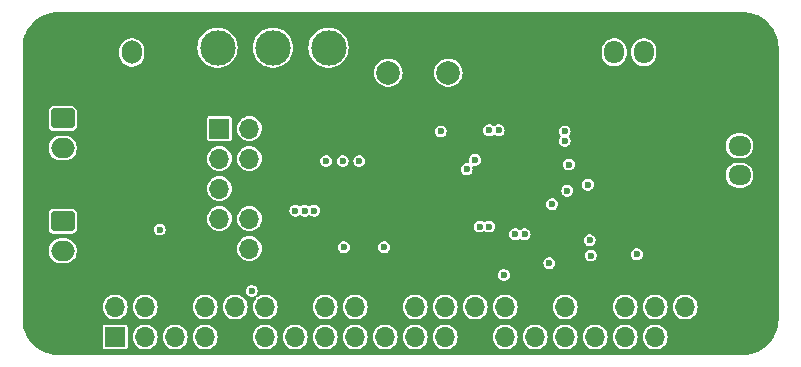
<source format=gbr>
%TF.GenerationSoftware,KiCad,Pcbnew,8.0.1-8.0.1-1~ubuntu22.04.1*%
%TF.CreationDate,2024-04-04T08:17:27+02:00*%
%TF.ProjectId,Ingenuity,496e6765-6e75-4697-9479-2e6b69636164,rev?*%
%TF.SameCoordinates,Original*%
%TF.FileFunction,Copper,L3,Inr*%
%TF.FilePolarity,Positive*%
%FSLAX46Y46*%
G04 Gerber Fmt 4.6, Leading zero omitted, Abs format (unit mm)*
G04 Created by KiCad (PCBNEW 8.0.1-8.0.1-1~ubuntu22.04.1) date 2024-04-04 08:17:27*
%MOMM*%
%LPD*%
G01*
G04 APERTURE LIST*
G04 Aperture macros list*
%AMRoundRect*
0 Rectangle with rounded corners*
0 $1 Rounding radius*
0 $2 $3 $4 $5 $6 $7 $8 $9 X,Y pos of 4 corners*
0 Add a 4 corners polygon primitive as box body*
4,1,4,$2,$3,$4,$5,$6,$7,$8,$9,$2,$3,0*
0 Add four circle primitives for the rounded corners*
1,1,$1+$1,$2,$3*
1,1,$1+$1,$4,$5*
1,1,$1+$1,$6,$7*
1,1,$1+$1,$8,$9*
0 Add four rect primitives between the rounded corners*
20,1,$1+$1,$2,$3,$4,$5,0*
20,1,$1+$1,$4,$5,$6,$7,0*
20,1,$1+$1,$6,$7,$8,$9,0*
20,1,$1+$1,$8,$9,$2,$3,0*%
G04 Aperture macros list end*
%TA.AperFunction,ComponentPad*%
%ADD10RoundRect,0.250000X0.600000X0.725000X-0.600000X0.725000X-0.600000X-0.725000X0.600000X-0.725000X0*%
%TD*%
%TA.AperFunction,ComponentPad*%
%ADD11O,1.700000X1.950000*%
%TD*%
%TA.AperFunction,ComponentPad*%
%ADD12RoundRect,0.250000X0.600000X0.750000X-0.600000X0.750000X-0.600000X-0.750000X0.600000X-0.750000X0*%
%TD*%
%TA.AperFunction,ComponentPad*%
%ADD13O,1.700000X2.000000*%
%TD*%
%TA.AperFunction,ComponentPad*%
%ADD14C,4.700000*%
%TD*%
%TA.AperFunction,ComponentPad*%
%ADD15C,3.000000*%
%TD*%
%TA.AperFunction,ComponentPad*%
%ADD16RoundRect,0.250000X-0.750000X0.600000X-0.750000X-0.600000X0.750000X-0.600000X0.750000X0.600000X0*%
%TD*%
%TA.AperFunction,ComponentPad*%
%ADD17O,2.000000X1.700000*%
%TD*%
%TA.AperFunction,ComponentPad*%
%ADD18R,1.700000X1.700000*%
%TD*%
%TA.AperFunction,ComponentPad*%
%ADD19O,1.700000X1.700000*%
%TD*%
%TA.AperFunction,ComponentPad*%
%ADD20C,2.000000*%
%TD*%
%TA.AperFunction,ComponentPad*%
%ADD21RoundRect,0.250000X0.725000X-0.600000X0.725000X0.600000X-0.725000X0.600000X-0.725000X-0.600000X0*%
%TD*%
%TA.AperFunction,ComponentPad*%
%ADD22O,1.950000X1.700000*%
%TD*%
%TA.AperFunction,ViaPad*%
%ADD23C,0.600000*%
%TD*%
G04 APERTURE END LIST*
D10*
%TO.N,GND*%
%TO.C,J4*%
X201600000Y-50400000D03*
D11*
%TO.N,+5V*%
X199100000Y-50400000D03*
%TO.N,PWM3*%
X196600000Y-50400000D03*
%TD*%
D12*
%TO.N,GND*%
%TO.C,J1*%
X158250000Y-50400000D03*
D13*
%TO.N,+BATT*%
X155750000Y-50400000D03*
%TD*%
D14*
%TO.N,GND*%
%TO.C,H3*%
X149500000Y-73000000D03*
%TD*%
D15*
%TO.N,Net-(SW1-A)*%
%TO.C,SW1*%
X172400000Y-50000000D03*
%TO.N,+7.5V*%
X167700000Y-50000000D03*
%TO.N,+BATT*%
X163000000Y-50000000D03*
%TD*%
D16*
%TO.N,+7.5V*%
%TO.C,J6*%
X149900000Y-64700000D03*
D17*
%TO.N,Net-(J6-Pin_2)*%
X149900000Y-67200000D03*
%TD*%
D18*
%TO.N,unconnected-(J3-Pin_1-Pad1)*%
%TO.C,J3*%
X154340000Y-74500000D03*
D19*
%TO.N,+5V*%
X154340000Y-71960000D03*
%TO.N,unconnected-(J3-Pin_3-Pad3)*%
X156880000Y-74500000D03*
%TO.N,+5V*%
X156880000Y-71960000D03*
%TO.N,unconnected-(J3-Pin_5-Pad5)*%
X159420000Y-74500000D03*
%TO.N,GND*%
X159420000Y-71960000D03*
%TO.N,unconnected-(J3-Pin_7-Pad7)*%
X161960000Y-74500000D03*
%TO.N,USART2_RX*%
X161960000Y-71960000D03*
%TO.N,GND*%
X164500000Y-74500000D03*
%TO.N,USART2_TX*%
X164500000Y-71960000D03*
%TO.N,unconnected-(J3-Pin_11-Pad11)*%
X167040000Y-74500000D03*
%TO.N,unconnected-(J3-Pin_12-Pad12)*%
X167040000Y-71960000D03*
%TO.N,unconnected-(J3-Pin_13-Pad13)*%
X169580000Y-74500000D03*
%TO.N,GND*%
X169580000Y-71960000D03*
%TO.N,unconnected-(J3-Pin_15-Pad15)*%
X172120000Y-74500000D03*
%TO.N,unconnected-(J3-Pin_16-Pad16)*%
X172120000Y-71960000D03*
%TO.N,unconnected-(J3-Pin_17-Pad17)*%
X174660000Y-74500000D03*
%TO.N,unconnected-(J3-Pin_18-Pad18)*%
X174660000Y-71960000D03*
%TO.N,unconnected-(J3-Pin_19-Pad19)*%
X177200000Y-74500000D03*
%TO.N,GND*%
X177200000Y-71960000D03*
%TO.N,unconnected-(J3-Pin_21-Pad21)*%
X179740000Y-74500000D03*
%TO.N,unconnected-(J3-Pin_22-Pad22)*%
X179740000Y-71960000D03*
%TO.N,unconnected-(J3-Pin_23-Pad23)*%
X182280000Y-74500000D03*
%TO.N,unconnected-(J3-Pin_24-Pad24)*%
X182280000Y-71960000D03*
%TO.N,GND*%
X184820000Y-74500000D03*
%TO.N,unconnected-(J3-Pin_26-Pad26)*%
X184820000Y-71960000D03*
%TO.N,unconnected-(J3-Pin_27-Pad27)*%
X187360000Y-74500000D03*
%TO.N,unconnected-(J3-Pin_28-Pad28)*%
X187360000Y-71960000D03*
%TO.N,unconnected-(J3-Pin_29-Pad29)*%
X189900000Y-74500000D03*
%TO.N,GND*%
X189900000Y-71960000D03*
%TO.N,unconnected-(J3-Pin_31-Pad31)*%
X192440000Y-74500000D03*
%TO.N,unconnected-(J3-Pin_32-Pad32)*%
X192440000Y-71960000D03*
%TO.N,unconnected-(J3-Pin_33-Pad33)*%
X194980000Y-74500000D03*
%TO.N,GND*%
X194980000Y-71960000D03*
%TO.N,unconnected-(J3-Pin_35-Pad35)*%
X197520000Y-74500000D03*
%TO.N,unconnected-(J3-Pin_36-Pad36)*%
X197520000Y-71960000D03*
%TO.N,unconnected-(J3-Pin_37-Pad37)*%
X200060000Y-74500000D03*
%TO.N,unconnected-(J3-Pin_38-Pad38)*%
X200060000Y-71960000D03*
%TO.N,GND*%
X202600000Y-74500000D03*
%TO.N,unconnected-(J3-Pin_40-Pad40)*%
X202600000Y-71960000D03*
%TD*%
D20*
%TO.N,+7.5V*%
%TO.C,U1*%
X177460000Y-52125000D03*
%TO.N,GND*%
X180000000Y-52125000D03*
%TO.N,+5V*%
X182540000Y-52125000D03*
%TD*%
D21*
%TO.N,GND*%
%TO.C,J5*%
X207200000Y-63300000D03*
D22*
%TO.N,+5V*%
X207200000Y-60800000D03*
%TO.N,PWM4*%
X207200000Y-58300000D03*
%TD*%
D14*
%TO.N,GND*%
%TO.C,H2*%
X207500000Y-50000000D03*
%TD*%
D16*
%TO.N,+7.5V*%
%TO.C,J7*%
X149900000Y-56000000D03*
D17*
%TO.N,Net-(J7-Pin_2)*%
X149900000Y-58500000D03*
%TD*%
D18*
%TO.N,unconnected-(J2-Pin_1-Pad1)*%
%TO.C,J2*%
X163160000Y-56860000D03*
D19*
%TO.N,I2C1_SCL*%
X165700000Y-56860000D03*
%TO.N,+3.3V*%
X163160000Y-59400000D03*
%TO.N,I2C1_SDA*%
X165700000Y-59400000D03*
%TO.N,+3.3V*%
X163160000Y-61940000D03*
%TO.N,GND*%
X165700000Y-61940000D03*
%TO.N,unconnected-(J2-Pin_7-Pad7)*%
X163160000Y-64480000D03*
%TO.N,unconnected-(J2-Pin_8-Pad8)*%
X165700000Y-64480000D03*
%TO.N,GND*%
X163160000Y-67020000D03*
%TO.N,unconnected-(J2-Pin_10-Pad10)*%
X165700000Y-67020000D03*
%TD*%
D14*
%TO.N,GND*%
%TO.C,H4*%
X207500000Y-73000000D03*
%TD*%
%TO.N,GND*%
%TO.C,H1*%
X149500000Y-50000000D03*
%TD*%
D23*
%TO.N,GND*%
X191600000Y-47400000D03*
X189000000Y-47400000D03*
%TO.N,NRST*%
X192752971Y-59900000D03*
%TO.N,PWM4*%
X194351994Y-61604633D03*
%TO.N,+3.3V*%
X191334358Y-63256239D03*
%TO.N,NRST*%
X192619344Y-62112315D03*
%TO.N,+3.3V*%
X198500000Y-67500000D03*
%TO.N,SWCLK*%
X194500000Y-66300000D03*
%TO.N,SWDIO*%
X194600000Y-67600000D03*
%TO.N,GND*%
X201500000Y-62500000D03*
X201500000Y-66300000D03*
X201500000Y-65000000D03*
X192000000Y-63700000D03*
%TO.N,NRST*%
X184800000Y-59500000D03*
%TO.N,+5V*%
X169600000Y-63800000D03*
X171200000Y-63800000D03*
X173700000Y-66900000D03*
X170400000Y-63800000D03*
%TO.N,+3.3V*%
X173600000Y-59600000D03*
X191100000Y-68250000D03*
X181900000Y-57100000D03*
X172200000Y-59600000D03*
X175000000Y-59600000D03*
X187250000Y-69250000D03*
X177100000Y-66900000D03*
X184100000Y-60300000D03*
%TO.N,+7.5V*%
X158100000Y-65400000D03*
%TO.N,SWCLK*%
X192400000Y-57100000D03*
%TO.N,SWDIO*%
X192400000Y-57900000D03*
%TO.N,USART2_RX*%
X165900000Y-70600000D03*
%TO.N,I2C1_SDA*%
X186000000Y-57000000D03*
%TO.N,I2C1_SCL*%
X186800000Y-57000000D03*
%TO.N,SPI_CS*%
X189000003Y-65800000D03*
X185200000Y-65150000D03*
%TO.N,SPI1_SCK*%
X188200000Y-65800000D03*
X186000000Y-65150000D03*
%TO.N,GND*%
X180000000Y-69800000D03*
X180620000Y-61100000D03*
X184300000Y-62800000D03*
X171500000Y-68300000D03*
X153800000Y-55300000D03*
X170400000Y-56200000D03*
X155200000Y-64000000D03*
X184300000Y-65600000D03*
X176700000Y-53500000D03*
X180500000Y-65600000D03*
X159700000Y-69500000D03*
X195200000Y-55600000D03*
X184400000Y-54400000D03*
X191050000Y-67250000D03*
X190000000Y-57100000D03*
X169000000Y-57300000D03*
X171700000Y-57300000D03*
X185850000Y-67650000D03*
X180600000Y-58500000D03*
X170700000Y-53900000D03*
X193400000Y-55600000D03*
X188350000Y-69750000D03*
X153800000Y-64000000D03*
X181900000Y-54400000D03*
X161100000Y-67800000D03*
X180200000Y-55100000D03*
X155200000Y-55300000D03*
X154500000Y-55300000D03*
X169900000Y-67900000D03*
X177800000Y-68300000D03*
X178700000Y-61200000D03*
X154500000Y-64000000D03*
X190000000Y-62600000D03*
%TD*%
%TA.AperFunction,Conductor*%
%TO.N,GND*%
G36*
X207503244Y-47000670D02*
G01*
X207807046Y-47016592D01*
X207819953Y-47017949D01*
X207951089Y-47038718D01*
X208117209Y-47065028D01*
X208129896Y-47067724D01*
X208420625Y-47145625D01*
X208432965Y-47149635D01*
X208713938Y-47257490D01*
X208725790Y-47262767D01*
X208993968Y-47399411D01*
X209005199Y-47405896D01*
X209257608Y-47569812D01*
X209268109Y-47577441D01*
X209502010Y-47766850D01*
X209511655Y-47775535D01*
X209724464Y-47988344D01*
X209733149Y-47997989D01*
X209922558Y-48231890D01*
X209930187Y-48242391D01*
X210094101Y-48494796D01*
X210100591Y-48506036D01*
X210237231Y-48774206D01*
X210242510Y-48786064D01*
X210350363Y-49067033D01*
X210354374Y-49079376D01*
X210432273Y-49370097D01*
X210434971Y-49382794D01*
X210482050Y-49680046D01*
X210483407Y-49692953D01*
X210499330Y-49996756D01*
X210499500Y-50003246D01*
X210499500Y-72996753D01*
X210499330Y-73003243D01*
X210483407Y-73307046D01*
X210482050Y-73319953D01*
X210434971Y-73617205D01*
X210432273Y-73629902D01*
X210354374Y-73920623D01*
X210350363Y-73932966D01*
X210242510Y-74213935D01*
X210237231Y-74225793D01*
X210100591Y-74493963D01*
X210094101Y-74505203D01*
X209930187Y-74757608D01*
X209922558Y-74768109D01*
X209733149Y-75002010D01*
X209724464Y-75011655D01*
X209511655Y-75224464D01*
X209502010Y-75233149D01*
X209268109Y-75422558D01*
X209257608Y-75430187D01*
X209005203Y-75594101D01*
X208993963Y-75600591D01*
X208725793Y-75737231D01*
X208713935Y-75742510D01*
X208432966Y-75850363D01*
X208420623Y-75854374D01*
X208129902Y-75932273D01*
X208117205Y-75934971D01*
X207819953Y-75982050D01*
X207807046Y-75983407D01*
X207503244Y-75999330D01*
X207496754Y-75999500D01*
X149503246Y-75999500D01*
X149496756Y-75999330D01*
X149192953Y-75983407D01*
X149180046Y-75982050D01*
X148882794Y-75934971D01*
X148870097Y-75932273D01*
X148579376Y-75854374D01*
X148567033Y-75850363D01*
X148286064Y-75742510D01*
X148274206Y-75737231D01*
X148006036Y-75600591D01*
X147994796Y-75594101D01*
X147742391Y-75430187D01*
X147731890Y-75422558D01*
X147666680Y-75369752D01*
X153289500Y-75369752D01*
X153301131Y-75428229D01*
X153301132Y-75428230D01*
X153345447Y-75494552D01*
X153411769Y-75538867D01*
X153411770Y-75538868D01*
X153470247Y-75550499D01*
X153470250Y-75550500D01*
X153470252Y-75550500D01*
X155209750Y-75550500D01*
X155209751Y-75550499D01*
X155224568Y-75547552D01*
X155268229Y-75538868D01*
X155268229Y-75538867D01*
X155268231Y-75538867D01*
X155334552Y-75494552D01*
X155378867Y-75428231D01*
X155378867Y-75428229D01*
X155378868Y-75428229D01*
X155390499Y-75369752D01*
X155390500Y-75369750D01*
X155390500Y-74500000D01*
X155824417Y-74500000D01*
X155844699Y-74705932D01*
X155844700Y-74705934D01*
X155904768Y-74903954D01*
X156002315Y-75086450D01*
X156002317Y-75086452D01*
X156133589Y-75246410D01*
X156230209Y-75325702D01*
X156293550Y-75377685D01*
X156476046Y-75475232D01*
X156674066Y-75535300D01*
X156674065Y-75535300D01*
X156692529Y-75537118D01*
X156880000Y-75555583D01*
X157085934Y-75535300D01*
X157283954Y-75475232D01*
X157466450Y-75377685D01*
X157626410Y-75246410D01*
X157757685Y-75086450D01*
X157855232Y-74903954D01*
X157915300Y-74705934D01*
X157935583Y-74500000D01*
X158364417Y-74500000D01*
X158384699Y-74705932D01*
X158384700Y-74705934D01*
X158444768Y-74903954D01*
X158542315Y-75086450D01*
X158542317Y-75086452D01*
X158673589Y-75246410D01*
X158770209Y-75325702D01*
X158833550Y-75377685D01*
X159016046Y-75475232D01*
X159214066Y-75535300D01*
X159214065Y-75535300D01*
X159232529Y-75537118D01*
X159420000Y-75555583D01*
X159625934Y-75535300D01*
X159823954Y-75475232D01*
X160006450Y-75377685D01*
X160166410Y-75246410D01*
X160297685Y-75086450D01*
X160395232Y-74903954D01*
X160455300Y-74705934D01*
X160475583Y-74500000D01*
X160904417Y-74500000D01*
X160924699Y-74705932D01*
X160924700Y-74705934D01*
X160984768Y-74903954D01*
X161082315Y-75086450D01*
X161082317Y-75086452D01*
X161213589Y-75246410D01*
X161310209Y-75325702D01*
X161373550Y-75377685D01*
X161556046Y-75475232D01*
X161754066Y-75535300D01*
X161754065Y-75535300D01*
X161772529Y-75537118D01*
X161960000Y-75555583D01*
X162165934Y-75535300D01*
X162363954Y-75475232D01*
X162546450Y-75377685D01*
X162706410Y-75246410D01*
X162837685Y-75086450D01*
X162935232Y-74903954D01*
X162995300Y-74705934D01*
X163015583Y-74500000D01*
X165984417Y-74500000D01*
X166004699Y-74705932D01*
X166004700Y-74705934D01*
X166064768Y-74903954D01*
X166162315Y-75086450D01*
X166162317Y-75086452D01*
X166293589Y-75246410D01*
X166390209Y-75325702D01*
X166453550Y-75377685D01*
X166636046Y-75475232D01*
X166834066Y-75535300D01*
X166834065Y-75535300D01*
X166852529Y-75537118D01*
X167040000Y-75555583D01*
X167245934Y-75535300D01*
X167443954Y-75475232D01*
X167626450Y-75377685D01*
X167786410Y-75246410D01*
X167917685Y-75086450D01*
X168015232Y-74903954D01*
X168075300Y-74705934D01*
X168095583Y-74500000D01*
X168524417Y-74500000D01*
X168544699Y-74705932D01*
X168544700Y-74705934D01*
X168604768Y-74903954D01*
X168702315Y-75086450D01*
X168702317Y-75086452D01*
X168833589Y-75246410D01*
X168930209Y-75325702D01*
X168993550Y-75377685D01*
X169176046Y-75475232D01*
X169374066Y-75535300D01*
X169374065Y-75535300D01*
X169392529Y-75537118D01*
X169580000Y-75555583D01*
X169785934Y-75535300D01*
X169983954Y-75475232D01*
X170166450Y-75377685D01*
X170326410Y-75246410D01*
X170457685Y-75086450D01*
X170555232Y-74903954D01*
X170615300Y-74705934D01*
X170635583Y-74500000D01*
X171064417Y-74500000D01*
X171084699Y-74705932D01*
X171084700Y-74705934D01*
X171144768Y-74903954D01*
X171242315Y-75086450D01*
X171242317Y-75086452D01*
X171373589Y-75246410D01*
X171470209Y-75325702D01*
X171533550Y-75377685D01*
X171716046Y-75475232D01*
X171914066Y-75535300D01*
X171914065Y-75535300D01*
X171932529Y-75537118D01*
X172120000Y-75555583D01*
X172325934Y-75535300D01*
X172523954Y-75475232D01*
X172706450Y-75377685D01*
X172866410Y-75246410D01*
X172997685Y-75086450D01*
X173095232Y-74903954D01*
X173155300Y-74705934D01*
X173175583Y-74500000D01*
X173604417Y-74500000D01*
X173624699Y-74705932D01*
X173624700Y-74705934D01*
X173684768Y-74903954D01*
X173782315Y-75086450D01*
X173782317Y-75086452D01*
X173913589Y-75246410D01*
X174010209Y-75325702D01*
X174073550Y-75377685D01*
X174256046Y-75475232D01*
X174454066Y-75535300D01*
X174454065Y-75535300D01*
X174472529Y-75537118D01*
X174660000Y-75555583D01*
X174865934Y-75535300D01*
X175063954Y-75475232D01*
X175246450Y-75377685D01*
X175406410Y-75246410D01*
X175537685Y-75086450D01*
X175635232Y-74903954D01*
X175695300Y-74705934D01*
X175715583Y-74500000D01*
X176144417Y-74500000D01*
X176164699Y-74705932D01*
X176164700Y-74705934D01*
X176224768Y-74903954D01*
X176322315Y-75086450D01*
X176322317Y-75086452D01*
X176453589Y-75246410D01*
X176550209Y-75325702D01*
X176613550Y-75377685D01*
X176796046Y-75475232D01*
X176994066Y-75535300D01*
X176994065Y-75535300D01*
X177012529Y-75537118D01*
X177200000Y-75555583D01*
X177405934Y-75535300D01*
X177603954Y-75475232D01*
X177786450Y-75377685D01*
X177946410Y-75246410D01*
X178077685Y-75086450D01*
X178175232Y-74903954D01*
X178235300Y-74705934D01*
X178255583Y-74500000D01*
X178684417Y-74500000D01*
X178704699Y-74705932D01*
X178704700Y-74705934D01*
X178764768Y-74903954D01*
X178862315Y-75086450D01*
X178862317Y-75086452D01*
X178993589Y-75246410D01*
X179090209Y-75325702D01*
X179153550Y-75377685D01*
X179336046Y-75475232D01*
X179534066Y-75535300D01*
X179534065Y-75535300D01*
X179552529Y-75537118D01*
X179740000Y-75555583D01*
X179945934Y-75535300D01*
X180143954Y-75475232D01*
X180326450Y-75377685D01*
X180486410Y-75246410D01*
X180617685Y-75086450D01*
X180715232Y-74903954D01*
X180775300Y-74705934D01*
X180795583Y-74500000D01*
X181224417Y-74500000D01*
X181244699Y-74705932D01*
X181244700Y-74705934D01*
X181304768Y-74903954D01*
X181402315Y-75086450D01*
X181402317Y-75086452D01*
X181533589Y-75246410D01*
X181630209Y-75325702D01*
X181693550Y-75377685D01*
X181876046Y-75475232D01*
X182074066Y-75535300D01*
X182074065Y-75535300D01*
X182092529Y-75537118D01*
X182280000Y-75555583D01*
X182485934Y-75535300D01*
X182683954Y-75475232D01*
X182866450Y-75377685D01*
X183026410Y-75246410D01*
X183157685Y-75086450D01*
X183255232Y-74903954D01*
X183315300Y-74705934D01*
X183335583Y-74500000D01*
X186304417Y-74500000D01*
X186324699Y-74705932D01*
X186324700Y-74705934D01*
X186384768Y-74903954D01*
X186482315Y-75086450D01*
X186482317Y-75086452D01*
X186613589Y-75246410D01*
X186710209Y-75325702D01*
X186773550Y-75377685D01*
X186956046Y-75475232D01*
X187154066Y-75535300D01*
X187154065Y-75535300D01*
X187172529Y-75537118D01*
X187360000Y-75555583D01*
X187565934Y-75535300D01*
X187763954Y-75475232D01*
X187946450Y-75377685D01*
X188106410Y-75246410D01*
X188237685Y-75086450D01*
X188335232Y-74903954D01*
X188395300Y-74705934D01*
X188415583Y-74500000D01*
X188844417Y-74500000D01*
X188864699Y-74705932D01*
X188864700Y-74705934D01*
X188924768Y-74903954D01*
X189022315Y-75086450D01*
X189022317Y-75086452D01*
X189153589Y-75246410D01*
X189250209Y-75325702D01*
X189313550Y-75377685D01*
X189496046Y-75475232D01*
X189694066Y-75535300D01*
X189694065Y-75535300D01*
X189712529Y-75537118D01*
X189900000Y-75555583D01*
X190105934Y-75535300D01*
X190303954Y-75475232D01*
X190486450Y-75377685D01*
X190646410Y-75246410D01*
X190777685Y-75086450D01*
X190875232Y-74903954D01*
X190935300Y-74705934D01*
X190955583Y-74500000D01*
X191384417Y-74500000D01*
X191404699Y-74705932D01*
X191404700Y-74705934D01*
X191464768Y-74903954D01*
X191562315Y-75086450D01*
X191562317Y-75086452D01*
X191693589Y-75246410D01*
X191790209Y-75325702D01*
X191853550Y-75377685D01*
X192036046Y-75475232D01*
X192234066Y-75535300D01*
X192234065Y-75535300D01*
X192252529Y-75537118D01*
X192440000Y-75555583D01*
X192645934Y-75535300D01*
X192843954Y-75475232D01*
X193026450Y-75377685D01*
X193186410Y-75246410D01*
X193317685Y-75086450D01*
X193415232Y-74903954D01*
X193475300Y-74705934D01*
X193495583Y-74500000D01*
X193924417Y-74500000D01*
X193944699Y-74705932D01*
X193944700Y-74705934D01*
X194004768Y-74903954D01*
X194102315Y-75086450D01*
X194102317Y-75086452D01*
X194233589Y-75246410D01*
X194330209Y-75325702D01*
X194393550Y-75377685D01*
X194576046Y-75475232D01*
X194774066Y-75535300D01*
X194774065Y-75535300D01*
X194792529Y-75537118D01*
X194980000Y-75555583D01*
X195185934Y-75535300D01*
X195383954Y-75475232D01*
X195566450Y-75377685D01*
X195726410Y-75246410D01*
X195857685Y-75086450D01*
X195955232Y-74903954D01*
X196015300Y-74705934D01*
X196035583Y-74500000D01*
X196464417Y-74500000D01*
X196484699Y-74705932D01*
X196484700Y-74705934D01*
X196544768Y-74903954D01*
X196642315Y-75086450D01*
X196642317Y-75086452D01*
X196773589Y-75246410D01*
X196870209Y-75325702D01*
X196933550Y-75377685D01*
X197116046Y-75475232D01*
X197314066Y-75535300D01*
X197314065Y-75535300D01*
X197332529Y-75537118D01*
X197520000Y-75555583D01*
X197725934Y-75535300D01*
X197923954Y-75475232D01*
X198106450Y-75377685D01*
X198266410Y-75246410D01*
X198397685Y-75086450D01*
X198495232Y-74903954D01*
X198555300Y-74705934D01*
X198575583Y-74500000D01*
X199004417Y-74500000D01*
X199024699Y-74705932D01*
X199024700Y-74705934D01*
X199084768Y-74903954D01*
X199182315Y-75086450D01*
X199182317Y-75086452D01*
X199313589Y-75246410D01*
X199410209Y-75325702D01*
X199473550Y-75377685D01*
X199656046Y-75475232D01*
X199854066Y-75535300D01*
X199854065Y-75535300D01*
X199872529Y-75537118D01*
X200060000Y-75555583D01*
X200265934Y-75535300D01*
X200463954Y-75475232D01*
X200646450Y-75377685D01*
X200806410Y-75246410D01*
X200937685Y-75086450D01*
X201035232Y-74903954D01*
X201095300Y-74705934D01*
X201115583Y-74500000D01*
X201095300Y-74294066D01*
X201035232Y-74096046D01*
X200937685Y-73913550D01*
X200885702Y-73850209D01*
X200806410Y-73753589D01*
X200656121Y-73630252D01*
X200646450Y-73622315D01*
X200463954Y-73524768D01*
X200265934Y-73464700D01*
X200265932Y-73464699D01*
X200265934Y-73464699D01*
X200060000Y-73444417D01*
X199854067Y-73464699D01*
X199656043Y-73524769D01*
X199568114Y-73571769D01*
X199473550Y-73622315D01*
X199473548Y-73622316D01*
X199473547Y-73622317D01*
X199313589Y-73753589D01*
X199182317Y-73913547D01*
X199182315Y-73913550D01*
X199171937Y-73932966D01*
X199084769Y-74096043D01*
X199024699Y-74294067D01*
X199004417Y-74500000D01*
X198575583Y-74500000D01*
X198555300Y-74294066D01*
X198495232Y-74096046D01*
X198397685Y-73913550D01*
X198345702Y-73850209D01*
X198266410Y-73753589D01*
X198116121Y-73630252D01*
X198106450Y-73622315D01*
X197923954Y-73524768D01*
X197725934Y-73464700D01*
X197725932Y-73464699D01*
X197725934Y-73464699D01*
X197520000Y-73444417D01*
X197314067Y-73464699D01*
X197116043Y-73524769D01*
X197028114Y-73571769D01*
X196933550Y-73622315D01*
X196933548Y-73622316D01*
X196933547Y-73622317D01*
X196773589Y-73753589D01*
X196642317Y-73913547D01*
X196642315Y-73913550D01*
X196631937Y-73932966D01*
X196544769Y-74096043D01*
X196484699Y-74294067D01*
X196464417Y-74500000D01*
X196035583Y-74500000D01*
X196015300Y-74294066D01*
X195955232Y-74096046D01*
X195857685Y-73913550D01*
X195805702Y-73850209D01*
X195726410Y-73753589D01*
X195576121Y-73630252D01*
X195566450Y-73622315D01*
X195383954Y-73524768D01*
X195185934Y-73464700D01*
X195185932Y-73464699D01*
X195185934Y-73464699D01*
X194980000Y-73444417D01*
X194774067Y-73464699D01*
X194576043Y-73524769D01*
X194488114Y-73571769D01*
X194393550Y-73622315D01*
X194393548Y-73622316D01*
X194393547Y-73622317D01*
X194233589Y-73753589D01*
X194102317Y-73913547D01*
X194102315Y-73913550D01*
X194091937Y-73932966D01*
X194004769Y-74096043D01*
X193944699Y-74294067D01*
X193924417Y-74500000D01*
X193495583Y-74500000D01*
X193475300Y-74294066D01*
X193415232Y-74096046D01*
X193317685Y-73913550D01*
X193265702Y-73850209D01*
X193186410Y-73753589D01*
X193036121Y-73630252D01*
X193026450Y-73622315D01*
X192843954Y-73524768D01*
X192645934Y-73464700D01*
X192645932Y-73464699D01*
X192645934Y-73464699D01*
X192440000Y-73444417D01*
X192234067Y-73464699D01*
X192036043Y-73524769D01*
X191948114Y-73571769D01*
X191853550Y-73622315D01*
X191853548Y-73622316D01*
X191853547Y-73622317D01*
X191693589Y-73753589D01*
X191562317Y-73913547D01*
X191562315Y-73913550D01*
X191551937Y-73932966D01*
X191464769Y-74096043D01*
X191404699Y-74294067D01*
X191384417Y-74500000D01*
X190955583Y-74500000D01*
X190935300Y-74294066D01*
X190875232Y-74096046D01*
X190777685Y-73913550D01*
X190725702Y-73850209D01*
X190646410Y-73753589D01*
X190496121Y-73630252D01*
X190486450Y-73622315D01*
X190303954Y-73524768D01*
X190105934Y-73464700D01*
X190105932Y-73464699D01*
X190105934Y-73464699D01*
X189900000Y-73444417D01*
X189694067Y-73464699D01*
X189496043Y-73524769D01*
X189408114Y-73571769D01*
X189313550Y-73622315D01*
X189313548Y-73622316D01*
X189313547Y-73622317D01*
X189153589Y-73753589D01*
X189022317Y-73913547D01*
X189022315Y-73913550D01*
X189011937Y-73932966D01*
X188924769Y-74096043D01*
X188864699Y-74294067D01*
X188844417Y-74500000D01*
X188415583Y-74500000D01*
X188395300Y-74294066D01*
X188335232Y-74096046D01*
X188237685Y-73913550D01*
X188185702Y-73850209D01*
X188106410Y-73753589D01*
X187956121Y-73630252D01*
X187946450Y-73622315D01*
X187763954Y-73524768D01*
X187565934Y-73464700D01*
X187565932Y-73464699D01*
X187565934Y-73464699D01*
X187360000Y-73444417D01*
X187154067Y-73464699D01*
X186956043Y-73524769D01*
X186868114Y-73571769D01*
X186773550Y-73622315D01*
X186773548Y-73622316D01*
X186773547Y-73622317D01*
X186613589Y-73753589D01*
X186482317Y-73913547D01*
X186482315Y-73913550D01*
X186471937Y-73932966D01*
X186384769Y-74096043D01*
X186324699Y-74294067D01*
X186304417Y-74500000D01*
X183335583Y-74500000D01*
X183315300Y-74294066D01*
X183255232Y-74096046D01*
X183157685Y-73913550D01*
X183105702Y-73850209D01*
X183026410Y-73753589D01*
X182876121Y-73630252D01*
X182866450Y-73622315D01*
X182683954Y-73524768D01*
X182485934Y-73464700D01*
X182485932Y-73464699D01*
X182485934Y-73464699D01*
X182280000Y-73444417D01*
X182074067Y-73464699D01*
X181876043Y-73524769D01*
X181788114Y-73571769D01*
X181693550Y-73622315D01*
X181693548Y-73622316D01*
X181693547Y-73622317D01*
X181533589Y-73753589D01*
X181402317Y-73913547D01*
X181402315Y-73913550D01*
X181391937Y-73932966D01*
X181304769Y-74096043D01*
X181244699Y-74294067D01*
X181224417Y-74500000D01*
X180795583Y-74500000D01*
X180775300Y-74294066D01*
X180715232Y-74096046D01*
X180617685Y-73913550D01*
X180565702Y-73850209D01*
X180486410Y-73753589D01*
X180336121Y-73630252D01*
X180326450Y-73622315D01*
X180143954Y-73524768D01*
X179945934Y-73464700D01*
X179945932Y-73464699D01*
X179945934Y-73464699D01*
X179740000Y-73444417D01*
X179534067Y-73464699D01*
X179336043Y-73524769D01*
X179248114Y-73571769D01*
X179153550Y-73622315D01*
X179153548Y-73622316D01*
X179153547Y-73622317D01*
X178993589Y-73753589D01*
X178862317Y-73913547D01*
X178862315Y-73913550D01*
X178851937Y-73932966D01*
X178764769Y-74096043D01*
X178704699Y-74294067D01*
X178684417Y-74500000D01*
X178255583Y-74500000D01*
X178235300Y-74294066D01*
X178175232Y-74096046D01*
X178077685Y-73913550D01*
X178025702Y-73850209D01*
X177946410Y-73753589D01*
X177796121Y-73630252D01*
X177786450Y-73622315D01*
X177603954Y-73524768D01*
X177405934Y-73464700D01*
X177405932Y-73464699D01*
X177405934Y-73464699D01*
X177200000Y-73444417D01*
X176994067Y-73464699D01*
X176796043Y-73524769D01*
X176708114Y-73571769D01*
X176613550Y-73622315D01*
X176613548Y-73622316D01*
X176613547Y-73622317D01*
X176453589Y-73753589D01*
X176322317Y-73913547D01*
X176322315Y-73913550D01*
X176311937Y-73932966D01*
X176224769Y-74096043D01*
X176164699Y-74294067D01*
X176144417Y-74500000D01*
X175715583Y-74500000D01*
X175695300Y-74294066D01*
X175635232Y-74096046D01*
X175537685Y-73913550D01*
X175485702Y-73850209D01*
X175406410Y-73753589D01*
X175256121Y-73630252D01*
X175246450Y-73622315D01*
X175063954Y-73524768D01*
X174865934Y-73464700D01*
X174865932Y-73464699D01*
X174865934Y-73464699D01*
X174660000Y-73444417D01*
X174454067Y-73464699D01*
X174256043Y-73524769D01*
X174168114Y-73571769D01*
X174073550Y-73622315D01*
X174073548Y-73622316D01*
X174073547Y-73622317D01*
X173913589Y-73753589D01*
X173782317Y-73913547D01*
X173782315Y-73913550D01*
X173771937Y-73932966D01*
X173684769Y-74096043D01*
X173624699Y-74294067D01*
X173604417Y-74500000D01*
X173175583Y-74500000D01*
X173155300Y-74294066D01*
X173095232Y-74096046D01*
X172997685Y-73913550D01*
X172945702Y-73850209D01*
X172866410Y-73753589D01*
X172716121Y-73630252D01*
X172706450Y-73622315D01*
X172523954Y-73524768D01*
X172325934Y-73464700D01*
X172325932Y-73464699D01*
X172325934Y-73464699D01*
X172120000Y-73444417D01*
X171914067Y-73464699D01*
X171716043Y-73524769D01*
X171628114Y-73571769D01*
X171533550Y-73622315D01*
X171533548Y-73622316D01*
X171533547Y-73622317D01*
X171373589Y-73753589D01*
X171242317Y-73913547D01*
X171242315Y-73913550D01*
X171231937Y-73932966D01*
X171144769Y-74096043D01*
X171084699Y-74294067D01*
X171064417Y-74500000D01*
X170635583Y-74500000D01*
X170615300Y-74294066D01*
X170555232Y-74096046D01*
X170457685Y-73913550D01*
X170405702Y-73850209D01*
X170326410Y-73753589D01*
X170176121Y-73630252D01*
X170166450Y-73622315D01*
X169983954Y-73524768D01*
X169785934Y-73464700D01*
X169785932Y-73464699D01*
X169785934Y-73464699D01*
X169580000Y-73444417D01*
X169374067Y-73464699D01*
X169176043Y-73524769D01*
X169088114Y-73571769D01*
X168993550Y-73622315D01*
X168993548Y-73622316D01*
X168993547Y-73622317D01*
X168833589Y-73753589D01*
X168702317Y-73913547D01*
X168702315Y-73913550D01*
X168691937Y-73932966D01*
X168604769Y-74096043D01*
X168544699Y-74294067D01*
X168524417Y-74500000D01*
X168095583Y-74500000D01*
X168075300Y-74294066D01*
X168015232Y-74096046D01*
X167917685Y-73913550D01*
X167865702Y-73850209D01*
X167786410Y-73753589D01*
X167636121Y-73630252D01*
X167626450Y-73622315D01*
X167443954Y-73524768D01*
X167245934Y-73464700D01*
X167245932Y-73464699D01*
X167245934Y-73464699D01*
X167040000Y-73444417D01*
X166834067Y-73464699D01*
X166636043Y-73524769D01*
X166548114Y-73571769D01*
X166453550Y-73622315D01*
X166453548Y-73622316D01*
X166453547Y-73622317D01*
X166293589Y-73753589D01*
X166162317Y-73913547D01*
X166162315Y-73913550D01*
X166151937Y-73932966D01*
X166064769Y-74096043D01*
X166004699Y-74294067D01*
X165984417Y-74500000D01*
X163015583Y-74500000D01*
X162995300Y-74294066D01*
X162935232Y-74096046D01*
X162837685Y-73913550D01*
X162785702Y-73850209D01*
X162706410Y-73753589D01*
X162556121Y-73630252D01*
X162546450Y-73622315D01*
X162363954Y-73524768D01*
X162165934Y-73464700D01*
X162165932Y-73464699D01*
X162165934Y-73464699D01*
X161960000Y-73444417D01*
X161754067Y-73464699D01*
X161556043Y-73524769D01*
X161468114Y-73571769D01*
X161373550Y-73622315D01*
X161373548Y-73622316D01*
X161373547Y-73622317D01*
X161213589Y-73753589D01*
X161082317Y-73913547D01*
X161082315Y-73913550D01*
X161071937Y-73932966D01*
X160984769Y-74096043D01*
X160924699Y-74294067D01*
X160904417Y-74500000D01*
X160475583Y-74500000D01*
X160455300Y-74294066D01*
X160395232Y-74096046D01*
X160297685Y-73913550D01*
X160245702Y-73850209D01*
X160166410Y-73753589D01*
X160016121Y-73630252D01*
X160006450Y-73622315D01*
X159823954Y-73524768D01*
X159625934Y-73464700D01*
X159625932Y-73464699D01*
X159625934Y-73464699D01*
X159420000Y-73444417D01*
X159214067Y-73464699D01*
X159016043Y-73524769D01*
X158928114Y-73571769D01*
X158833550Y-73622315D01*
X158833548Y-73622316D01*
X158833547Y-73622317D01*
X158673589Y-73753589D01*
X158542317Y-73913547D01*
X158542315Y-73913550D01*
X158531937Y-73932966D01*
X158444769Y-74096043D01*
X158384699Y-74294067D01*
X158364417Y-74500000D01*
X157935583Y-74500000D01*
X157915300Y-74294066D01*
X157855232Y-74096046D01*
X157757685Y-73913550D01*
X157705702Y-73850209D01*
X157626410Y-73753589D01*
X157476121Y-73630252D01*
X157466450Y-73622315D01*
X157283954Y-73524768D01*
X157085934Y-73464700D01*
X157085932Y-73464699D01*
X157085934Y-73464699D01*
X156880000Y-73444417D01*
X156674067Y-73464699D01*
X156476043Y-73524769D01*
X156388114Y-73571769D01*
X156293550Y-73622315D01*
X156293548Y-73622316D01*
X156293547Y-73622317D01*
X156133589Y-73753589D01*
X156002317Y-73913547D01*
X156002315Y-73913550D01*
X155991937Y-73932966D01*
X155904769Y-74096043D01*
X155844699Y-74294067D01*
X155824417Y-74500000D01*
X155390500Y-74500000D01*
X155390500Y-73630249D01*
X155390499Y-73630247D01*
X155378868Y-73571770D01*
X155378867Y-73571769D01*
X155334552Y-73505447D01*
X155268230Y-73461132D01*
X155268229Y-73461131D01*
X155209752Y-73449500D01*
X155209748Y-73449500D01*
X153470252Y-73449500D01*
X153470247Y-73449500D01*
X153411770Y-73461131D01*
X153411769Y-73461132D01*
X153345447Y-73505447D01*
X153301132Y-73571769D01*
X153301131Y-73571770D01*
X153289500Y-73630247D01*
X153289500Y-75369752D01*
X147666680Y-75369752D01*
X147497989Y-75233149D01*
X147488344Y-75224464D01*
X147275535Y-75011655D01*
X147266850Y-75002010D01*
X147077441Y-74768109D01*
X147069812Y-74757608D01*
X146905896Y-74505199D01*
X146899408Y-74493963D01*
X146797555Y-74294067D01*
X146762767Y-74225790D01*
X146757489Y-74213935D01*
X146649636Y-73932966D01*
X146645625Y-73920623D01*
X146643729Y-73913547D01*
X146567724Y-73629896D01*
X146565028Y-73617205D01*
X146517949Y-73319953D01*
X146516592Y-73307046D01*
X146500670Y-73003243D01*
X146500500Y-72996753D01*
X146500500Y-71960000D01*
X153284417Y-71960000D01*
X153304699Y-72165932D01*
X153304700Y-72165934D01*
X153364768Y-72363954D01*
X153462315Y-72546450D01*
X153462317Y-72546452D01*
X153593589Y-72706410D01*
X153690209Y-72785702D01*
X153753550Y-72837685D01*
X153936046Y-72935232D01*
X154134066Y-72995300D01*
X154134065Y-72995300D01*
X154148818Y-72996753D01*
X154340000Y-73015583D01*
X154545934Y-72995300D01*
X154743954Y-72935232D01*
X154926450Y-72837685D01*
X155086410Y-72706410D01*
X155217685Y-72546450D01*
X155315232Y-72363954D01*
X155375300Y-72165934D01*
X155395583Y-71960000D01*
X155824417Y-71960000D01*
X155844699Y-72165932D01*
X155844700Y-72165934D01*
X155904768Y-72363954D01*
X156002315Y-72546450D01*
X156002317Y-72546452D01*
X156133589Y-72706410D01*
X156230209Y-72785702D01*
X156293550Y-72837685D01*
X156476046Y-72935232D01*
X156674066Y-72995300D01*
X156674065Y-72995300D01*
X156688818Y-72996753D01*
X156880000Y-73015583D01*
X157085934Y-72995300D01*
X157283954Y-72935232D01*
X157466450Y-72837685D01*
X157626410Y-72706410D01*
X157757685Y-72546450D01*
X157855232Y-72363954D01*
X157915300Y-72165934D01*
X157935583Y-71960000D01*
X160904417Y-71960000D01*
X160924699Y-72165932D01*
X160924700Y-72165934D01*
X160984768Y-72363954D01*
X161082315Y-72546450D01*
X161082317Y-72546452D01*
X161213589Y-72706410D01*
X161310209Y-72785702D01*
X161373550Y-72837685D01*
X161556046Y-72935232D01*
X161754066Y-72995300D01*
X161754065Y-72995300D01*
X161768818Y-72996753D01*
X161960000Y-73015583D01*
X162165934Y-72995300D01*
X162363954Y-72935232D01*
X162546450Y-72837685D01*
X162706410Y-72706410D01*
X162837685Y-72546450D01*
X162935232Y-72363954D01*
X162995300Y-72165934D01*
X163015583Y-71960000D01*
X163444417Y-71960000D01*
X163464699Y-72165932D01*
X163464700Y-72165934D01*
X163524768Y-72363954D01*
X163622315Y-72546450D01*
X163622317Y-72546452D01*
X163753589Y-72706410D01*
X163850209Y-72785702D01*
X163913550Y-72837685D01*
X164096046Y-72935232D01*
X164294066Y-72995300D01*
X164294065Y-72995300D01*
X164308818Y-72996753D01*
X164500000Y-73015583D01*
X164705934Y-72995300D01*
X164903954Y-72935232D01*
X165086450Y-72837685D01*
X165246410Y-72706410D01*
X165377685Y-72546450D01*
X165475232Y-72363954D01*
X165535300Y-72165934D01*
X165555583Y-71960000D01*
X165535300Y-71754066D01*
X165475232Y-71556046D01*
X165377685Y-71373550D01*
X165325702Y-71310209D01*
X165246410Y-71213589D01*
X165128476Y-71116805D01*
X165086450Y-71082315D01*
X164903954Y-70984768D01*
X164705934Y-70924700D01*
X164705932Y-70924699D01*
X164705934Y-70924699D01*
X164500000Y-70904417D01*
X164294067Y-70924699D01*
X164096043Y-70984769D01*
X163985898Y-71043643D01*
X163913550Y-71082315D01*
X163913548Y-71082316D01*
X163913547Y-71082317D01*
X163753589Y-71213589D01*
X163622317Y-71373547D01*
X163524769Y-71556043D01*
X163464699Y-71754067D01*
X163444417Y-71960000D01*
X163015583Y-71960000D01*
X162995300Y-71754066D01*
X162935232Y-71556046D01*
X162837685Y-71373550D01*
X162785702Y-71310209D01*
X162706410Y-71213589D01*
X162588476Y-71116805D01*
X162546450Y-71082315D01*
X162363954Y-70984768D01*
X162165934Y-70924700D01*
X162165932Y-70924699D01*
X162165934Y-70924699D01*
X161960000Y-70904417D01*
X161754067Y-70924699D01*
X161556043Y-70984769D01*
X161445898Y-71043643D01*
X161373550Y-71082315D01*
X161373548Y-71082316D01*
X161373547Y-71082317D01*
X161213589Y-71213589D01*
X161082317Y-71373547D01*
X160984769Y-71556043D01*
X160924699Y-71754067D01*
X160904417Y-71960000D01*
X157935583Y-71960000D01*
X157915300Y-71754066D01*
X157855232Y-71556046D01*
X157757685Y-71373550D01*
X157705702Y-71310209D01*
X157626410Y-71213589D01*
X157508476Y-71116805D01*
X157466450Y-71082315D01*
X157283954Y-70984768D01*
X157085934Y-70924700D01*
X157085932Y-70924699D01*
X157085934Y-70924699D01*
X156880000Y-70904417D01*
X156674067Y-70924699D01*
X156476043Y-70984769D01*
X156365898Y-71043643D01*
X156293550Y-71082315D01*
X156293548Y-71082316D01*
X156293547Y-71082317D01*
X156133589Y-71213589D01*
X156002317Y-71373547D01*
X155904769Y-71556043D01*
X155844699Y-71754067D01*
X155824417Y-71960000D01*
X155395583Y-71960000D01*
X155375300Y-71754066D01*
X155315232Y-71556046D01*
X155217685Y-71373550D01*
X155165702Y-71310209D01*
X155086410Y-71213589D01*
X154968476Y-71116805D01*
X154926450Y-71082315D01*
X154743954Y-70984768D01*
X154545934Y-70924700D01*
X154545932Y-70924699D01*
X154545934Y-70924699D01*
X154340000Y-70904417D01*
X154134067Y-70924699D01*
X153936043Y-70984769D01*
X153825898Y-71043643D01*
X153753550Y-71082315D01*
X153753548Y-71082316D01*
X153753547Y-71082317D01*
X153593589Y-71213589D01*
X153462317Y-71373547D01*
X153364769Y-71556043D01*
X153304699Y-71754067D01*
X153284417Y-71960000D01*
X146500500Y-71960000D01*
X146500500Y-70600000D01*
X165394353Y-70600000D01*
X165414834Y-70742456D01*
X165474622Y-70873371D01*
X165474623Y-70873373D01*
X165568872Y-70982143D01*
X165689947Y-71059953D01*
X165689950Y-71059954D01*
X165689949Y-71059954D01*
X165828036Y-71100499D01*
X165828038Y-71100500D01*
X165828039Y-71100500D01*
X165971962Y-71100500D01*
X165971962Y-71100499D01*
X166095398Y-71064256D01*
X166110050Y-71059954D01*
X166110050Y-71059953D01*
X166110053Y-71059953D01*
X166110054Y-71059951D01*
X166118118Y-71056270D01*
X166119709Y-71059753D01*
X166169129Y-71044944D01*
X166236277Y-71064256D01*
X166282325Y-71116805D01*
X166292652Y-71185907D01*
X166265672Y-71247606D01*
X166162317Y-71373546D01*
X166064769Y-71556043D01*
X166004699Y-71754067D01*
X165984417Y-71960000D01*
X166004699Y-72165932D01*
X166004700Y-72165934D01*
X166064768Y-72363954D01*
X166162315Y-72546450D01*
X166162317Y-72546452D01*
X166293589Y-72706410D01*
X166390209Y-72785702D01*
X166453550Y-72837685D01*
X166636046Y-72935232D01*
X166834066Y-72995300D01*
X166834065Y-72995300D01*
X166848818Y-72996753D01*
X167040000Y-73015583D01*
X167245934Y-72995300D01*
X167443954Y-72935232D01*
X167626450Y-72837685D01*
X167786410Y-72706410D01*
X167917685Y-72546450D01*
X168015232Y-72363954D01*
X168075300Y-72165934D01*
X168095583Y-71960000D01*
X171064417Y-71960000D01*
X171084699Y-72165932D01*
X171084700Y-72165934D01*
X171144768Y-72363954D01*
X171242315Y-72546450D01*
X171242317Y-72546452D01*
X171373589Y-72706410D01*
X171470209Y-72785702D01*
X171533550Y-72837685D01*
X171716046Y-72935232D01*
X171914066Y-72995300D01*
X171914065Y-72995300D01*
X171928818Y-72996753D01*
X172120000Y-73015583D01*
X172325934Y-72995300D01*
X172523954Y-72935232D01*
X172706450Y-72837685D01*
X172866410Y-72706410D01*
X172997685Y-72546450D01*
X173095232Y-72363954D01*
X173155300Y-72165934D01*
X173175583Y-71960000D01*
X173604417Y-71960000D01*
X173624699Y-72165932D01*
X173624700Y-72165934D01*
X173684768Y-72363954D01*
X173782315Y-72546450D01*
X173782317Y-72546452D01*
X173913589Y-72706410D01*
X174010209Y-72785702D01*
X174073550Y-72837685D01*
X174256046Y-72935232D01*
X174454066Y-72995300D01*
X174454065Y-72995300D01*
X174468818Y-72996753D01*
X174660000Y-73015583D01*
X174865934Y-72995300D01*
X175063954Y-72935232D01*
X175246450Y-72837685D01*
X175406410Y-72706410D01*
X175537685Y-72546450D01*
X175635232Y-72363954D01*
X175695300Y-72165934D01*
X175715583Y-71960000D01*
X178684417Y-71960000D01*
X178704699Y-72165932D01*
X178704700Y-72165934D01*
X178764768Y-72363954D01*
X178862315Y-72546450D01*
X178862317Y-72546452D01*
X178993589Y-72706410D01*
X179090209Y-72785702D01*
X179153550Y-72837685D01*
X179336046Y-72935232D01*
X179534066Y-72995300D01*
X179534065Y-72995300D01*
X179548818Y-72996753D01*
X179740000Y-73015583D01*
X179945934Y-72995300D01*
X180143954Y-72935232D01*
X180326450Y-72837685D01*
X180486410Y-72706410D01*
X180617685Y-72546450D01*
X180715232Y-72363954D01*
X180775300Y-72165934D01*
X180795583Y-71960000D01*
X181224417Y-71960000D01*
X181244699Y-72165932D01*
X181244700Y-72165934D01*
X181304768Y-72363954D01*
X181402315Y-72546450D01*
X181402317Y-72546452D01*
X181533589Y-72706410D01*
X181630209Y-72785702D01*
X181693550Y-72837685D01*
X181876046Y-72935232D01*
X182074066Y-72995300D01*
X182074065Y-72995300D01*
X182088818Y-72996753D01*
X182280000Y-73015583D01*
X182485934Y-72995300D01*
X182683954Y-72935232D01*
X182866450Y-72837685D01*
X183026410Y-72706410D01*
X183157685Y-72546450D01*
X183255232Y-72363954D01*
X183315300Y-72165934D01*
X183335583Y-71960000D01*
X183764417Y-71960000D01*
X183784699Y-72165932D01*
X183784700Y-72165934D01*
X183844768Y-72363954D01*
X183942315Y-72546450D01*
X183942317Y-72546452D01*
X184073589Y-72706410D01*
X184170209Y-72785702D01*
X184233550Y-72837685D01*
X184416046Y-72935232D01*
X184614066Y-72995300D01*
X184614065Y-72995300D01*
X184628818Y-72996753D01*
X184820000Y-73015583D01*
X185025934Y-72995300D01*
X185223954Y-72935232D01*
X185406450Y-72837685D01*
X185566410Y-72706410D01*
X185697685Y-72546450D01*
X185795232Y-72363954D01*
X185855300Y-72165934D01*
X185875583Y-71960000D01*
X186304417Y-71960000D01*
X186324699Y-72165932D01*
X186324700Y-72165934D01*
X186384768Y-72363954D01*
X186482315Y-72546450D01*
X186482317Y-72546452D01*
X186613589Y-72706410D01*
X186710209Y-72785702D01*
X186773550Y-72837685D01*
X186956046Y-72935232D01*
X187154066Y-72995300D01*
X187154065Y-72995300D01*
X187168818Y-72996753D01*
X187360000Y-73015583D01*
X187565934Y-72995300D01*
X187763954Y-72935232D01*
X187946450Y-72837685D01*
X188106410Y-72706410D01*
X188237685Y-72546450D01*
X188335232Y-72363954D01*
X188395300Y-72165934D01*
X188415583Y-71960000D01*
X191384417Y-71960000D01*
X191404699Y-72165932D01*
X191404700Y-72165934D01*
X191464768Y-72363954D01*
X191562315Y-72546450D01*
X191562317Y-72546452D01*
X191693589Y-72706410D01*
X191790209Y-72785702D01*
X191853550Y-72837685D01*
X192036046Y-72935232D01*
X192234066Y-72995300D01*
X192234065Y-72995300D01*
X192248818Y-72996753D01*
X192440000Y-73015583D01*
X192645934Y-72995300D01*
X192843954Y-72935232D01*
X193026450Y-72837685D01*
X193186410Y-72706410D01*
X193317685Y-72546450D01*
X193415232Y-72363954D01*
X193475300Y-72165934D01*
X193495583Y-71960000D01*
X196464417Y-71960000D01*
X196484699Y-72165932D01*
X196484700Y-72165934D01*
X196544768Y-72363954D01*
X196642315Y-72546450D01*
X196642317Y-72546452D01*
X196773589Y-72706410D01*
X196870209Y-72785702D01*
X196933550Y-72837685D01*
X197116046Y-72935232D01*
X197314066Y-72995300D01*
X197314065Y-72995300D01*
X197328818Y-72996753D01*
X197520000Y-73015583D01*
X197725934Y-72995300D01*
X197923954Y-72935232D01*
X198106450Y-72837685D01*
X198266410Y-72706410D01*
X198397685Y-72546450D01*
X198495232Y-72363954D01*
X198555300Y-72165934D01*
X198575583Y-71960000D01*
X199004417Y-71960000D01*
X199024699Y-72165932D01*
X199024700Y-72165934D01*
X199084768Y-72363954D01*
X199182315Y-72546450D01*
X199182317Y-72546452D01*
X199313589Y-72706410D01*
X199410209Y-72785702D01*
X199473550Y-72837685D01*
X199656046Y-72935232D01*
X199854066Y-72995300D01*
X199854065Y-72995300D01*
X199868818Y-72996753D01*
X200060000Y-73015583D01*
X200265934Y-72995300D01*
X200463954Y-72935232D01*
X200646450Y-72837685D01*
X200806410Y-72706410D01*
X200937685Y-72546450D01*
X201035232Y-72363954D01*
X201095300Y-72165934D01*
X201115583Y-71960000D01*
X201544417Y-71960000D01*
X201564699Y-72165932D01*
X201564700Y-72165934D01*
X201624768Y-72363954D01*
X201722315Y-72546450D01*
X201722317Y-72546452D01*
X201853589Y-72706410D01*
X201950209Y-72785702D01*
X202013550Y-72837685D01*
X202196046Y-72935232D01*
X202394066Y-72995300D01*
X202394065Y-72995300D01*
X202408818Y-72996753D01*
X202600000Y-73015583D01*
X202805934Y-72995300D01*
X203003954Y-72935232D01*
X203186450Y-72837685D01*
X203346410Y-72706410D01*
X203477685Y-72546450D01*
X203575232Y-72363954D01*
X203635300Y-72165934D01*
X203655583Y-71960000D01*
X203635300Y-71754066D01*
X203575232Y-71556046D01*
X203477685Y-71373550D01*
X203425702Y-71310209D01*
X203346410Y-71213589D01*
X203228476Y-71116805D01*
X203186450Y-71082315D01*
X203003954Y-70984768D01*
X202805934Y-70924700D01*
X202805932Y-70924699D01*
X202805934Y-70924699D01*
X202600000Y-70904417D01*
X202394067Y-70924699D01*
X202196043Y-70984769D01*
X202085898Y-71043643D01*
X202013550Y-71082315D01*
X202013548Y-71082316D01*
X202013547Y-71082317D01*
X201853589Y-71213589D01*
X201722317Y-71373547D01*
X201624769Y-71556043D01*
X201564699Y-71754067D01*
X201544417Y-71960000D01*
X201115583Y-71960000D01*
X201095300Y-71754066D01*
X201035232Y-71556046D01*
X200937685Y-71373550D01*
X200885702Y-71310209D01*
X200806410Y-71213589D01*
X200688476Y-71116805D01*
X200646450Y-71082315D01*
X200463954Y-70984768D01*
X200265934Y-70924700D01*
X200265932Y-70924699D01*
X200265934Y-70924699D01*
X200060000Y-70904417D01*
X199854067Y-70924699D01*
X199656043Y-70984769D01*
X199545898Y-71043643D01*
X199473550Y-71082315D01*
X199473548Y-71082316D01*
X199473547Y-71082317D01*
X199313589Y-71213589D01*
X199182317Y-71373547D01*
X199084769Y-71556043D01*
X199024699Y-71754067D01*
X199004417Y-71960000D01*
X198575583Y-71960000D01*
X198555300Y-71754066D01*
X198495232Y-71556046D01*
X198397685Y-71373550D01*
X198345702Y-71310209D01*
X198266410Y-71213589D01*
X198148476Y-71116805D01*
X198106450Y-71082315D01*
X197923954Y-70984768D01*
X197725934Y-70924700D01*
X197725932Y-70924699D01*
X197725934Y-70924699D01*
X197520000Y-70904417D01*
X197314067Y-70924699D01*
X197116043Y-70984769D01*
X197005898Y-71043643D01*
X196933550Y-71082315D01*
X196933548Y-71082316D01*
X196933547Y-71082317D01*
X196773589Y-71213589D01*
X196642317Y-71373547D01*
X196544769Y-71556043D01*
X196484699Y-71754067D01*
X196464417Y-71960000D01*
X193495583Y-71960000D01*
X193475300Y-71754066D01*
X193415232Y-71556046D01*
X193317685Y-71373550D01*
X193265702Y-71310209D01*
X193186410Y-71213589D01*
X193068476Y-71116805D01*
X193026450Y-71082315D01*
X192843954Y-70984768D01*
X192645934Y-70924700D01*
X192645932Y-70924699D01*
X192645934Y-70924699D01*
X192440000Y-70904417D01*
X192234067Y-70924699D01*
X192036043Y-70984769D01*
X191925898Y-71043643D01*
X191853550Y-71082315D01*
X191853548Y-71082316D01*
X191853547Y-71082317D01*
X191693589Y-71213589D01*
X191562317Y-71373547D01*
X191464769Y-71556043D01*
X191404699Y-71754067D01*
X191384417Y-71960000D01*
X188415583Y-71960000D01*
X188395300Y-71754066D01*
X188335232Y-71556046D01*
X188237685Y-71373550D01*
X188185702Y-71310209D01*
X188106410Y-71213589D01*
X187988476Y-71116805D01*
X187946450Y-71082315D01*
X187763954Y-70984768D01*
X187565934Y-70924700D01*
X187565932Y-70924699D01*
X187565934Y-70924699D01*
X187360000Y-70904417D01*
X187154067Y-70924699D01*
X186956043Y-70984769D01*
X186845898Y-71043643D01*
X186773550Y-71082315D01*
X186773548Y-71082316D01*
X186773547Y-71082317D01*
X186613589Y-71213589D01*
X186482317Y-71373547D01*
X186384769Y-71556043D01*
X186324699Y-71754067D01*
X186304417Y-71960000D01*
X185875583Y-71960000D01*
X185855300Y-71754066D01*
X185795232Y-71556046D01*
X185697685Y-71373550D01*
X185645702Y-71310209D01*
X185566410Y-71213589D01*
X185448476Y-71116805D01*
X185406450Y-71082315D01*
X185223954Y-70984768D01*
X185025934Y-70924700D01*
X185025932Y-70924699D01*
X185025934Y-70924699D01*
X184820000Y-70904417D01*
X184614067Y-70924699D01*
X184416043Y-70984769D01*
X184305898Y-71043643D01*
X184233550Y-71082315D01*
X184233548Y-71082316D01*
X184233547Y-71082317D01*
X184073589Y-71213589D01*
X183942317Y-71373547D01*
X183844769Y-71556043D01*
X183784699Y-71754067D01*
X183764417Y-71960000D01*
X183335583Y-71960000D01*
X183315300Y-71754066D01*
X183255232Y-71556046D01*
X183157685Y-71373550D01*
X183105702Y-71310209D01*
X183026410Y-71213589D01*
X182908476Y-71116805D01*
X182866450Y-71082315D01*
X182683954Y-70984768D01*
X182485934Y-70924700D01*
X182485932Y-70924699D01*
X182485934Y-70924699D01*
X182280000Y-70904417D01*
X182074067Y-70924699D01*
X181876043Y-70984769D01*
X181765898Y-71043643D01*
X181693550Y-71082315D01*
X181693548Y-71082316D01*
X181693547Y-71082317D01*
X181533589Y-71213589D01*
X181402317Y-71373547D01*
X181304769Y-71556043D01*
X181244699Y-71754067D01*
X181224417Y-71960000D01*
X180795583Y-71960000D01*
X180775300Y-71754066D01*
X180715232Y-71556046D01*
X180617685Y-71373550D01*
X180565702Y-71310209D01*
X180486410Y-71213589D01*
X180368476Y-71116805D01*
X180326450Y-71082315D01*
X180143954Y-70984768D01*
X179945934Y-70924700D01*
X179945932Y-70924699D01*
X179945934Y-70924699D01*
X179740000Y-70904417D01*
X179534067Y-70924699D01*
X179336043Y-70984769D01*
X179225898Y-71043643D01*
X179153550Y-71082315D01*
X179153548Y-71082316D01*
X179153547Y-71082317D01*
X178993589Y-71213589D01*
X178862317Y-71373547D01*
X178764769Y-71556043D01*
X178704699Y-71754067D01*
X178684417Y-71960000D01*
X175715583Y-71960000D01*
X175695300Y-71754066D01*
X175635232Y-71556046D01*
X175537685Y-71373550D01*
X175485702Y-71310209D01*
X175406410Y-71213589D01*
X175288476Y-71116805D01*
X175246450Y-71082315D01*
X175063954Y-70984768D01*
X174865934Y-70924700D01*
X174865932Y-70924699D01*
X174865934Y-70924699D01*
X174660000Y-70904417D01*
X174454067Y-70924699D01*
X174256043Y-70984769D01*
X174145898Y-71043643D01*
X174073550Y-71082315D01*
X174073548Y-71082316D01*
X174073547Y-71082317D01*
X173913589Y-71213589D01*
X173782317Y-71373547D01*
X173684769Y-71556043D01*
X173624699Y-71754067D01*
X173604417Y-71960000D01*
X173175583Y-71960000D01*
X173155300Y-71754066D01*
X173095232Y-71556046D01*
X172997685Y-71373550D01*
X172945702Y-71310209D01*
X172866410Y-71213589D01*
X172748476Y-71116805D01*
X172706450Y-71082315D01*
X172523954Y-70984768D01*
X172325934Y-70924700D01*
X172325932Y-70924699D01*
X172325934Y-70924699D01*
X172120000Y-70904417D01*
X171914067Y-70924699D01*
X171716043Y-70984769D01*
X171605898Y-71043643D01*
X171533550Y-71082315D01*
X171533548Y-71082316D01*
X171533547Y-71082317D01*
X171373589Y-71213589D01*
X171242317Y-71373547D01*
X171144769Y-71556043D01*
X171084699Y-71754067D01*
X171064417Y-71960000D01*
X168095583Y-71960000D01*
X168075300Y-71754066D01*
X168015232Y-71556046D01*
X167917685Y-71373550D01*
X167865702Y-71310209D01*
X167786410Y-71213589D01*
X167668476Y-71116805D01*
X167626450Y-71082315D01*
X167443954Y-70984768D01*
X167245934Y-70924700D01*
X167245932Y-70924699D01*
X167245934Y-70924699D01*
X167040000Y-70904417D01*
X166834067Y-70924699D01*
X166636043Y-70984769D01*
X166468575Y-71074284D01*
X166400172Y-71088526D01*
X166334928Y-71063526D01*
X166293557Y-71007221D01*
X166289195Y-70937488D01*
X166316408Y-70883723D01*
X166325377Y-70873373D01*
X166385165Y-70742457D01*
X166405647Y-70600000D01*
X166385165Y-70457543D01*
X166325377Y-70326627D01*
X166231128Y-70217857D01*
X166110053Y-70140047D01*
X166110051Y-70140046D01*
X166110049Y-70140045D01*
X166110050Y-70140045D01*
X165971963Y-70099500D01*
X165971961Y-70099500D01*
X165828039Y-70099500D01*
X165828036Y-70099500D01*
X165689949Y-70140045D01*
X165568873Y-70217856D01*
X165474623Y-70326626D01*
X165474622Y-70326628D01*
X165414834Y-70457543D01*
X165394353Y-70600000D01*
X146500500Y-70600000D01*
X146500500Y-69250000D01*
X186744353Y-69250000D01*
X186764834Y-69392456D01*
X186824622Y-69523371D01*
X186824623Y-69523373D01*
X186918872Y-69632143D01*
X187039947Y-69709953D01*
X187039950Y-69709954D01*
X187039949Y-69709954D01*
X187178036Y-69750499D01*
X187178038Y-69750500D01*
X187178039Y-69750500D01*
X187321962Y-69750500D01*
X187321962Y-69750499D01*
X187460053Y-69709953D01*
X187581128Y-69632143D01*
X187675377Y-69523373D01*
X187735165Y-69392457D01*
X187755647Y-69250000D01*
X187735165Y-69107543D01*
X187675377Y-68976627D01*
X187581128Y-68867857D01*
X187460053Y-68790047D01*
X187460051Y-68790046D01*
X187460049Y-68790045D01*
X187460050Y-68790045D01*
X187321963Y-68749500D01*
X187321961Y-68749500D01*
X187178039Y-68749500D01*
X187178036Y-68749500D01*
X187039949Y-68790045D01*
X186918873Y-68867856D01*
X186824623Y-68976626D01*
X186824622Y-68976628D01*
X186764834Y-69107543D01*
X186744353Y-69250000D01*
X146500500Y-69250000D01*
X146500500Y-67303469D01*
X148699500Y-67303469D01*
X148739868Y-67506412D01*
X148739870Y-67506420D01*
X148819058Y-67697596D01*
X148934024Y-67869657D01*
X149080342Y-68015975D01*
X149080345Y-68015977D01*
X149252402Y-68130941D01*
X149443580Y-68210130D01*
X149644021Y-68250000D01*
X149646530Y-68250499D01*
X149646534Y-68250500D01*
X149646535Y-68250500D01*
X150153466Y-68250500D01*
X150153467Y-68250499D01*
X150155976Y-68250000D01*
X190594353Y-68250000D01*
X190614834Y-68392456D01*
X190674622Y-68523371D01*
X190674623Y-68523373D01*
X190768872Y-68632143D01*
X190889947Y-68709953D01*
X190889950Y-68709954D01*
X190889949Y-68709954D01*
X190997107Y-68741417D01*
X191024633Y-68749500D01*
X191028036Y-68750499D01*
X191028038Y-68750500D01*
X191028039Y-68750500D01*
X191171962Y-68750500D01*
X191171962Y-68750499D01*
X191310053Y-68709953D01*
X191431128Y-68632143D01*
X191525377Y-68523373D01*
X191585165Y-68392457D01*
X191605647Y-68250000D01*
X191585165Y-68107543D01*
X191525377Y-67976627D01*
X191431128Y-67867857D01*
X191310053Y-67790047D01*
X191310051Y-67790046D01*
X191310049Y-67790045D01*
X191310050Y-67790045D01*
X191171963Y-67749500D01*
X191171961Y-67749500D01*
X191028039Y-67749500D01*
X191028036Y-67749500D01*
X190889949Y-67790045D01*
X190768873Y-67867856D01*
X190674623Y-67976626D01*
X190674622Y-67976628D01*
X190614834Y-68107543D01*
X190594353Y-68250000D01*
X150155976Y-68250000D01*
X150356420Y-68210130D01*
X150547598Y-68130941D01*
X150719655Y-68015977D01*
X150865977Y-67869655D01*
X150980941Y-67697598D01*
X151060130Y-67506420D01*
X151100500Y-67303465D01*
X151100500Y-67096535D01*
X151085276Y-67020000D01*
X164644417Y-67020000D01*
X164664699Y-67225932D01*
X164688218Y-67303465D01*
X164724768Y-67423954D01*
X164822315Y-67606450D01*
X164822317Y-67606452D01*
X164953589Y-67766410D01*
X165050209Y-67845702D01*
X165113550Y-67897685D01*
X165296046Y-67995232D01*
X165494066Y-68055300D01*
X165494065Y-68055300D01*
X165512529Y-68057118D01*
X165700000Y-68075583D01*
X165905934Y-68055300D01*
X166103954Y-67995232D01*
X166286450Y-67897685D01*
X166446410Y-67766410D01*
X166577685Y-67606450D01*
X166581133Y-67600000D01*
X194094353Y-67600000D01*
X194114834Y-67742456D01*
X194172103Y-67867856D01*
X194174623Y-67873373D01*
X194268872Y-67982143D01*
X194389947Y-68059953D01*
X194389950Y-68059954D01*
X194389949Y-68059954D01*
X194528036Y-68100499D01*
X194528038Y-68100500D01*
X194528039Y-68100500D01*
X194671962Y-68100500D01*
X194671962Y-68100499D01*
X194810053Y-68059953D01*
X194931128Y-67982143D01*
X195025377Y-67873373D01*
X195085165Y-67742457D01*
X195105647Y-67600000D01*
X195091269Y-67500000D01*
X197994353Y-67500000D01*
X198014834Y-67642456D01*
X198060504Y-67742457D01*
X198074623Y-67773373D01*
X198168872Y-67882143D01*
X198289947Y-67959953D01*
X198289950Y-67959954D01*
X198289949Y-67959954D01*
X198428036Y-68000499D01*
X198428038Y-68000500D01*
X198428039Y-68000500D01*
X198571962Y-68000500D01*
X198571962Y-68000499D01*
X198710053Y-67959953D01*
X198831128Y-67882143D01*
X198925377Y-67773373D01*
X198985165Y-67642457D01*
X199005647Y-67500000D01*
X198985165Y-67357543D01*
X198925377Y-67226627D01*
X198831128Y-67117857D01*
X198710053Y-67040047D01*
X198710051Y-67040046D01*
X198710049Y-67040045D01*
X198710050Y-67040045D01*
X198571963Y-66999500D01*
X198571961Y-66999500D01*
X198428039Y-66999500D01*
X198428036Y-66999500D01*
X198289949Y-67040045D01*
X198168873Y-67117856D01*
X198074623Y-67226626D01*
X198074622Y-67226628D01*
X198014834Y-67357543D01*
X197994353Y-67500000D01*
X195091269Y-67500000D01*
X195085165Y-67457543D01*
X195025377Y-67326627D01*
X194931128Y-67217857D01*
X194810053Y-67140047D01*
X194810051Y-67140046D01*
X194810049Y-67140045D01*
X194810050Y-67140045D01*
X194671963Y-67099500D01*
X194671961Y-67099500D01*
X194528039Y-67099500D01*
X194528036Y-67099500D01*
X194389949Y-67140045D01*
X194268873Y-67217856D01*
X194174623Y-67326626D01*
X194174622Y-67326628D01*
X194114834Y-67457543D01*
X194094353Y-67600000D01*
X166581133Y-67600000D01*
X166675232Y-67423954D01*
X166735300Y-67225934D01*
X166755583Y-67020000D01*
X166743764Y-66900000D01*
X173194353Y-66900000D01*
X173214834Y-67042456D01*
X173239531Y-67096534D01*
X173274623Y-67173373D01*
X173368872Y-67282143D01*
X173489947Y-67359953D01*
X173489950Y-67359954D01*
X173489949Y-67359954D01*
X173628036Y-67400499D01*
X173628038Y-67400500D01*
X173628039Y-67400500D01*
X173771962Y-67400500D01*
X173771962Y-67400499D01*
X173910053Y-67359953D01*
X174031128Y-67282143D01*
X174125377Y-67173373D01*
X174185165Y-67042457D01*
X174205647Y-66900000D01*
X176594353Y-66900000D01*
X176614834Y-67042456D01*
X176639531Y-67096534D01*
X176674623Y-67173373D01*
X176768872Y-67282143D01*
X176889947Y-67359953D01*
X176889950Y-67359954D01*
X176889949Y-67359954D01*
X177028036Y-67400499D01*
X177028038Y-67400500D01*
X177028039Y-67400500D01*
X177171962Y-67400500D01*
X177171962Y-67400499D01*
X177310053Y-67359953D01*
X177431128Y-67282143D01*
X177525377Y-67173373D01*
X177585165Y-67042457D01*
X177605647Y-66900000D01*
X177585165Y-66757543D01*
X177525377Y-66626627D01*
X177431128Y-66517857D01*
X177310053Y-66440047D01*
X177310051Y-66440046D01*
X177310049Y-66440045D01*
X177310050Y-66440045D01*
X177171963Y-66399500D01*
X177171961Y-66399500D01*
X177028039Y-66399500D01*
X177028036Y-66399500D01*
X176889949Y-66440045D01*
X176768873Y-66517856D01*
X176674623Y-66626626D01*
X176674622Y-66626628D01*
X176614834Y-66757543D01*
X176594353Y-66900000D01*
X174205647Y-66900000D01*
X174185165Y-66757543D01*
X174125377Y-66626627D01*
X174031128Y-66517857D01*
X173910053Y-66440047D01*
X173910051Y-66440046D01*
X173910049Y-66440045D01*
X173910050Y-66440045D01*
X173771963Y-66399500D01*
X173771961Y-66399500D01*
X173628039Y-66399500D01*
X173628036Y-66399500D01*
X173489949Y-66440045D01*
X173368873Y-66517856D01*
X173274623Y-66626626D01*
X173274622Y-66626628D01*
X173214834Y-66757543D01*
X173194353Y-66900000D01*
X166743764Y-66900000D01*
X166735300Y-66814066D01*
X166675232Y-66616046D01*
X166577685Y-66433550D01*
X166525702Y-66370209D01*
X166446410Y-66273589D01*
X166286452Y-66142317D01*
X166286453Y-66142317D01*
X166286450Y-66142315D01*
X166103954Y-66044768D01*
X165905934Y-65984700D01*
X165905932Y-65984699D01*
X165905934Y-65984699D01*
X165700000Y-65964417D01*
X165494067Y-65984699D01*
X165296043Y-66044769D01*
X165242530Y-66073373D01*
X165113550Y-66142315D01*
X165113548Y-66142316D01*
X165113547Y-66142317D01*
X164953589Y-66273589D01*
X164822317Y-66433547D01*
X164822315Y-66433550D01*
X164817555Y-66442456D01*
X164724769Y-66616043D01*
X164664699Y-66814067D01*
X164644417Y-67020000D01*
X151085276Y-67020000D01*
X151060130Y-66893580D01*
X150980941Y-66702402D01*
X150865977Y-66530345D01*
X150865975Y-66530342D01*
X150719657Y-66384024D01*
X150594653Y-66300500D01*
X150547598Y-66269059D01*
X150525614Y-66259953D01*
X150356420Y-66189870D01*
X150356412Y-66189868D01*
X150153469Y-66149500D01*
X150153465Y-66149500D01*
X149646535Y-66149500D01*
X149646530Y-66149500D01*
X149443587Y-66189868D01*
X149443579Y-66189870D01*
X149252403Y-66269058D01*
X149080342Y-66384024D01*
X148934024Y-66530342D01*
X148819058Y-66702403D01*
X148739870Y-66893579D01*
X148739868Y-66893587D01*
X148699500Y-67096530D01*
X148699500Y-67303469D01*
X146500500Y-67303469D01*
X146500500Y-65354269D01*
X148699500Y-65354269D01*
X148702353Y-65384699D01*
X148702353Y-65384701D01*
X148727034Y-65455232D01*
X148747207Y-65512882D01*
X148827850Y-65622150D01*
X148937118Y-65702793D01*
X148979845Y-65717744D01*
X149065299Y-65747646D01*
X149095730Y-65750500D01*
X149095734Y-65750500D01*
X150704270Y-65750500D01*
X150734699Y-65747646D01*
X150734701Y-65747646D01*
X150798790Y-65725219D01*
X150862882Y-65702793D01*
X150972150Y-65622150D01*
X151052793Y-65512882D01*
X151078743Y-65438720D01*
X151092292Y-65400000D01*
X157594353Y-65400000D01*
X157614834Y-65542456D01*
X157674622Y-65673371D01*
X157674623Y-65673373D01*
X157768872Y-65782143D01*
X157889947Y-65859953D01*
X157889950Y-65859954D01*
X157889949Y-65859954D01*
X158028036Y-65900499D01*
X158028038Y-65900500D01*
X158028039Y-65900500D01*
X158171962Y-65900500D01*
X158171962Y-65900499D01*
X158310053Y-65859953D01*
X158403342Y-65800000D01*
X187694353Y-65800000D01*
X187714834Y-65942456D01*
X187753275Y-66026628D01*
X187774623Y-66073373D01*
X187868872Y-66182143D01*
X187989947Y-66259953D01*
X187989950Y-66259954D01*
X187989949Y-66259954D01*
X188097107Y-66291417D01*
X188126336Y-66300000D01*
X188128036Y-66300499D01*
X188128038Y-66300500D01*
X188128039Y-66300500D01*
X188271962Y-66300500D01*
X188271962Y-66300499D01*
X188410050Y-66259954D01*
X188410051Y-66259954D01*
X188410053Y-66259953D01*
X188531128Y-66182143D01*
X188531129Y-66182140D01*
X188532961Y-66180964D01*
X188600000Y-66161279D01*
X188667040Y-66180963D01*
X188667041Y-66180964D01*
X188668874Y-66182142D01*
X188668875Y-66182143D01*
X188728933Y-66220739D01*
X188789951Y-66259954D01*
X188908111Y-66294647D01*
X188926339Y-66300000D01*
X188928039Y-66300499D01*
X188928041Y-66300500D01*
X188928042Y-66300500D01*
X189071965Y-66300500D01*
X189071965Y-66300499D01*
X189073664Y-66300000D01*
X193994353Y-66300000D01*
X194014834Y-66442456D01*
X194074622Y-66573371D01*
X194074623Y-66573373D01*
X194168872Y-66682143D01*
X194289947Y-66759953D01*
X194289950Y-66759954D01*
X194289949Y-66759954D01*
X194428036Y-66800499D01*
X194428038Y-66800500D01*
X194428039Y-66800500D01*
X194571962Y-66800500D01*
X194571962Y-66800499D01*
X194710053Y-66759953D01*
X194831128Y-66682143D01*
X194925377Y-66573373D01*
X194985165Y-66442457D01*
X195005647Y-66300000D01*
X194985165Y-66157543D01*
X194925377Y-66026627D01*
X194831128Y-65917857D01*
X194710053Y-65840047D01*
X194710051Y-65840046D01*
X194710049Y-65840045D01*
X194710050Y-65840045D01*
X194571963Y-65799500D01*
X194571961Y-65799500D01*
X194428039Y-65799500D01*
X194428036Y-65799500D01*
X194289949Y-65840045D01*
X194168873Y-65917856D01*
X194074623Y-66026626D01*
X194074622Y-66026628D01*
X194014834Y-66157543D01*
X193994353Y-66300000D01*
X189073664Y-66300000D01*
X189210056Y-66259953D01*
X189331131Y-66182143D01*
X189425380Y-66073373D01*
X189485168Y-65942457D01*
X189505650Y-65800000D01*
X189485168Y-65657543D01*
X189425380Y-65526627D01*
X189331131Y-65417857D01*
X189210056Y-65340047D01*
X189210054Y-65340046D01*
X189210052Y-65340045D01*
X189210053Y-65340045D01*
X189071966Y-65299500D01*
X189071964Y-65299500D01*
X188928042Y-65299500D01*
X188928039Y-65299500D01*
X188789952Y-65340045D01*
X188667040Y-65419036D01*
X188600001Y-65438720D01*
X188532962Y-65419035D01*
X188410055Y-65340047D01*
X188410050Y-65340045D01*
X188271963Y-65299500D01*
X188271961Y-65299500D01*
X188128039Y-65299500D01*
X188128036Y-65299500D01*
X187989949Y-65340045D01*
X187868873Y-65417856D01*
X187868872Y-65417856D01*
X187868872Y-65417857D01*
X187864094Y-65423371D01*
X187774623Y-65526626D01*
X187774622Y-65526628D01*
X187714834Y-65657543D01*
X187694353Y-65800000D01*
X158403342Y-65800000D01*
X158431128Y-65782143D01*
X158525377Y-65673373D01*
X158585165Y-65542457D01*
X158605647Y-65400000D01*
X158585165Y-65257543D01*
X158525377Y-65126627D01*
X158431128Y-65017857D01*
X158310053Y-64940047D01*
X158310051Y-64940046D01*
X158310049Y-64940045D01*
X158310050Y-64940045D01*
X158171963Y-64899500D01*
X158171961Y-64899500D01*
X158028039Y-64899500D01*
X158028036Y-64899500D01*
X157889949Y-64940045D01*
X157768873Y-65017856D01*
X157674623Y-65126626D01*
X157674622Y-65126628D01*
X157614834Y-65257543D01*
X157594353Y-65400000D01*
X151092292Y-65400000D01*
X151097646Y-65384701D01*
X151097646Y-65384699D01*
X151100500Y-65354269D01*
X151100500Y-64480000D01*
X162104417Y-64480000D01*
X162124699Y-64685932D01*
X162149550Y-64767856D01*
X162184768Y-64883954D01*
X162282315Y-65066450D01*
X162282317Y-65066452D01*
X162413589Y-65226410D01*
X162494068Y-65292456D01*
X162573550Y-65357685D01*
X162756046Y-65455232D01*
X162954066Y-65515300D01*
X162954065Y-65515300D01*
X162972529Y-65517118D01*
X163160000Y-65535583D01*
X163365934Y-65515300D01*
X163563954Y-65455232D01*
X163746450Y-65357685D01*
X163906410Y-65226410D01*
X164037685Y-65066450D01*
X164135232Y-64883954D01*
X164195300Y-64685934D01*
X164215583Y-64480000D01*
X164644417Y-64480000D01*
X164664699Y-64685932D01*
X164689550Y-64767856D01*
X164724768Y-64883954D01*
X164822315Y-65066450D01*
X164822317Y-65066452D01*
X164953589Y-65226410D01*
X165034068Y-65292456D01*
X165113550Y-65357685D01*
X165296046Y-65455232D01*
X165494066Y-65515300D01*
X165494065Y-65515300D01*
X165512529Y-65517118D01*
X165700000Y-65535583D01*
X165905934Y-65515300D01*
X166103954Y-65455232D01*
X166286450Y-65357685D01*
X166446410Y-65226410D01*
X166509118Y-65150000D01*
X184694353Y-65150000D01*
X184714834Y-65292456D01*
X184744624Y-65357685D01*
X184774623Y-65423373D01*
X184868872Y-65532143D01*
X184989947Y-65609953D01*
X184989950Y-65609954D01*
X184989949Y-65609954D01*
X185128036Y-65650499D01*
X185128038Y-65650500D01*
X185128039Y-65650500D01*
X185271962Y-65650500D01*
X185271962Y-65650499D01*
X185410050Y-65609954D01*
X185410051Y-65609954D01*
X185410053Y-65609953D01*
X185531128Y-65532143D01*
X185531129Y-65532141D01*
X185532960Y-65530965D01*
X185600000Y-65511280D01*
X185667039Y-65530964D01*
X185667040Y-65530965D01*
X185668870Y-65532141D01*
X185668872Y-65532143D01*
X185746251Y-65581871D01*
X185789948Y-65609954D01*
X185928036Y-65650499D01*
X185928038Y-65650500D01*
X185928039Y-65650500D01*
X186071962Y-65650500D01*
X186071962Y-65650499D01*
X186210053Y-65609953D01*
X186331128Y-65532143D01*
X186425377Y-65423373D01*
X186485165Y-65292457D01*
X186505647Y-65150000D01*
X186485165Y-65007543D01*
X186425377Y-64876627D01*
X186331128Y-64767857D01*
X186210053Y-64690047D01*
X186210051Y-64690046D01*
X186210049Y-64690045D01*
X186210050Y-64690045D01*
X186071963Y-64649500D01*
X186071961Y-64649500D01*
X185928039Y-64649500D01*
X185928036Y-64649500D01*
X185789949Y-64690045D01*
X185667039Y-64769035D01*
X185600000Y-64788719D01*
X185532961Y-64769035D01*
X185531126Y-64767856D01*
X185410053Y-64690047D01*
X185410051Y-64690046D01*
X185410049Y-64690045D01*
X185410050Y-64690045D01*
X185271963Y-64649500D01*
X185271961Y-64649500D01*
X185128039Y-64649500D01*
X185128036Y-64649500D01*
X184989949Y-64690045D01*
X184868873Y-64767856D01*
X184774623Y-64876626D01*
X184774622Y-64876628D01*
X184714834Y-65007543D01*
X184694353Y-65150000D01*
X166509118Y-65150000D01*
X166577685Y-65066450D01*
X166675232Y-64883954D01*
X166735300Y-64685934D01*
X166755583Y-64480000D01*
X166735300Y-64274066D01*
X166675232Y-64076046D01*
X166577685Y-63893550D01*
X166500911Y-63800000D01*
X169094353Y-63800000D01*
X169114834Y-63942456D01*
X169174622Y-64073371D01*
X169174623Y-64073373D01*
X169268872Y-64182143D01*
X169389947Y-64259953D01*
X169389950Y-64259954D01*
X169389949Y-64259954D01*
X169528036Y-64300499D01*
X169528038Y-64300500D01*
X169528039Y-64300500D01*
X169671962Y-64300500D01*
X169671962Y-64300499D01*
X169810050Y-64259954D01*
X169810051Y-64259954D01*
X169810053Y-64259953D01*
X169931128Y-64182143D01*
X169931129Y-64182141D01*
X169932960Y-64180965D01*
X170000000Y-64161280D01*
X170067039Y-64180964D01*
X170067040Y-64180965D01*
X170068870Y-64182141D01*
X170068872Y-64182143D01*
X170146251Y-64231871D01*
X170189948Y-64259954D01*
X170328036Y-64300499D01*
X170328038Y-64300500D01*
X170328039Y-64300500D01*
X170471962Y-64300500D01*
X170471962Y-64300499D01*
X170610050Y-64259954D01*
X170610051Y-64259954D01*
X170610053Y-64259953D01*
X170731128Y-64182143D01*
X170731129Y-64182141D01*
X170732960Y-64180965D01*
X170800000Y-64161280D01*
X170867039Y-64180964D01*
X170867040Y-64180965D01*
X170868870Y-64182141D01*
X170868872Y-64182143D01*
X170946251Y-64231871D01*
X170989948Y-64259954D01*
X171128036Y-64300499D01*
X171128038Y-64300500D01*
X171128039Y-64300500D01*
X171271962Y-64300500D01*
X171271962Y-64300499D01*
X171410053Y-64259953D01*
X171531128Y-64182143D01*
X171625377Y-64073373D01*
X171685165Y-63942457D01*
X171705647Y-63800000D01*
X171685165Y-63657543D01*
X171625377Y-63526627D01*
X171531128Y-63417857D01*
X171410053Y-63340047D01*
X171410051Y-63340046D01*
X171410049Y-63340045D01*
X171410050Y-63340045D01*
X171271963Y-63299500D01*
X171271961Y-63299500D01*
X171128039Y-63299500D01*
X171128036Y-63299500D01*
X170989949Y-63340045D01*
X170867039Y-63419035D01*
X170800000Y-63438719D01*
X170732961Y-63419035D01*
X170701311Y-63398695D01*
X170610053Y-63340047D01*
X170610051Y-63340046D01*
X170610049Y-63340045D01*
X170610050Y-63340045D01*
X170471963Y-63299500D01*
X170471961Y-63299500D01*
X170328039Y-63299500D01*
X170328036Y-63299500D01*
X170189949Y-63340045D01*
X170067039Y-63419035D01*
X170000000Y-63438719D01*
X169932961Y-63419035D01*
X169901311Y-63398695D01*
X169810053Y-63340047D01*
X169810051Y-63340046D01*
X169810049Y-63340045D01*
X169810050Y-63340045D01*
X169671963Y-63299500D01*
X169671961Y-63299500D01*
X169528039Y-63299500D01*
X169528036Y-63299500D01*
X169389949Y-63340045D01*
X169268873Y-63417856D01*
X169174623Y-63526626D01*
X169174622Y-63526628D01*
X169114834Y-63657543D01*
X169094353Y-63800000D01*
X166500911Y-63800000D01*
X166465408Y-63756739D01*
X166446410Y-63733589D01*
X166286452Y-63602317D01*
X166286453Y-63602317D01*
X166286450Y-63602315D01*
X166103954Y-63504768D01*
X165905934Y-63444700D01*
X165905932Y-63444699D01*
X165905934Y-63444699D01*
X165700000Y-63424417D01*
X165494067Y-63444699D01*
X165296043Y-63504769D01*
X165185898Y-63563643D01*
X165113550Y-63602315D01*
X165113548Y-63602316D01*
X165113547Y-63602317D01*
X164953589Y-63733589D01*
X164822317Y-63893547D01*
X164822315Y-63893550D01*
X164783643Y-63965898D01*
X164724769Y-64076043D01*
X164664699Y-64274067D01*
X164644417Y-64480000D01*
X164215583Y-64480000D01*
X164195300Y-64274066D01*
X164135232Y-64076046D01*
X164037685Y-63893550D01*
X163925408Y-63756739D01*
X163906410Y-63733589D01*
X163746452Y-63602317D01*
X163746453Y-63602317D01*
X163746450Y-63602315D01*
X163563954Y-63504768D01*
X163365934Y-63444700D01*
X163365932Y-63444699D01*
X163365934Y-63444699D01*
X163160000Y-63424417D01*
X162954067Y-63444699D01*
X162756043Y-63504769D01*
X162645898Y-63563643D01*
X162573550Y-63602315D01*
X162573548Y-63602316D01*
X162573547Y-63602317D01*
X162413589Y-63733589D01*
X162282317Y-63893547D01*
X162282315Y-63893550D01*
X162243643Y-63965898D01*
X162184769Y-64076043D01*
X162124699Y-64274067D01*
X162104417Y-64480000D01*
X151100500Y-64480000D01*
X151100500Y-64045730D01*
X151097646Y-64015300D01*
X151097646Y-64015298D01*
X151064006Y-63919163D01*
X151052793Y-63887118D01*
X150972150Y-63777850D01*
X150862882Y-63697207D01*
X150862880Y-63697206D01*
X150734700Y-63652353D01*
X150704270Y-63649500D01*
X150704266Y-63649500D01*
X149095734Y-63649500D01*
X149095730Y-63649500D01*
X149065300Y-63652353D01*
X149065298Y-63652353D01*
X148937119Y-63697206D01*
X148937117Y-63697207D01*
X148827850Y-63777850D01*
X148747207Y-63887117D01*
X148747206Y-63887119D01*
X148702353Y-64015298D01*
X148702353Y-64015300D01*
X148699500Y-64045730D01*
X148699500Y-65354269D01*
X146500500Y-65354269D01*
X146500500Y-63256239D01*
X190828711Y-63256239D01*
X190849192Y-63398695D01*
X190894243Y-63497340D01*
X190908981Y-63529612D01*
X191003230Y-63638382D01*
X191124305Y-63716192D01*
X191124308Y-63716193D01*
X191124307Y-63716193D01*
X191262394Y-63756738D01*
X191262396Y-63756739D01*
X191262397Y-63756739D01*
X191406320Y-63756739D01*
X191406320Y-63756738D01*
X191544411Y-63716192D01*
X191665486Y-63638382D01*
X191759735Y-63529612D01*
X191819523Y-63398696D01*
X191840005Y-63256239D01*
X191819523Y-63113782D01*
X191759735Y-62982866D01*
X191665486Y-62874096D01*
X191544411Y-62796286D01*
X191544409Y-62796285D01*
X191544407Y-62796284D01*
X191544408Y-62796284D01*
X191406321Y-62755739D01*
X191406319Y-62755739D01*
X191262397Y-62755739D01*
X191262394Y-62755739D01*
X191124307Y-62796284D01*
X191003231Y-62874095D01*
X190908981Y-62982865D01*
X190908980Y-62982867D01*
X190849192Y-63113782D01*
X190828711Y-63256239D01*
X146500500Y-63256239D01*
X146500500Y-61940000D01*
X162104417Y-61940000D01*
X162124699Y-62145932D01*
X162124700Y-62145934D01*
X162184768Y-62343954D01*
X162282315Y-62526450D01*
X162282317Y-62526452D01*
X162413589Y-62686410D01*
X162498068Y-62755739D01*
X162573550Y-62817685D01*
X162756046Y-62915232D01*
X162954066Y-62975300D01*
X162954065Y-62975300D01*
X162972529Y-62977118D01*
X163160000Y-62995583D01*
X163365934Y-62975300D01*
X163563954Y-62915232D01*
X163746450Y-62817685D01*
X163906410Y-62686410D01*
X164037685Y-62526450D01*
X164135232Y-62343954D01*
X164195300Y-62145934D01*
X164198611Y-62112315D01*
X192113697Y-62112315D01*
X192134178Y-62254771D01*
X192174908Y-62343956D01*
X192193967Y-62385688D01*
X192288216Y-62494458D01*
X192409291Y-62572268D01*
X192409294Y-62572269D01*
X192409293Y-62572269D01*
X192547380Y-62612814D01*
X192547382Y-62612815D01*
X192547383Y-62612815D01*
X192691306Y-62612815D01*
X192691306Y-62612814D01*
X192829397Y-62572268D01*
X192950472Y-62494458D01*
X193044721Y-62385688D01*
X193104509Y-62254772D01*
X193124991Y-62112315D01*
X193104509Y-61969858D01*
X193044721Y-61838942D01*
X192950472Y-61730172D01*
X192829397Y-61652362D01*
X192829395Y-61652361D01*
X192829393Y-61652360D01*
X192829394Y-61652360D01*
X192691307Y-61611815D01*
X192691305Y-61611815D01*
X192547383Y-61611815D01*
X192547380Y-61611815D01*
X192409293Y-61652360D01*
X192288217Y-61730171D01*
X192193967Y-61838941D01*
X192193966Y-61838943D01*
X192134178Y-61969858D01*
X192113697Y-62112315D01*
X164198611Y-62112315D01*
X164215583Y-61940000D01*
X164195300Y-61734066D01*
X164156037Y-61604633D01*
X193846347Y-61604633D01*
X193866828Y-61747089D01*
X193895619Y-61810131D01*
X193926617Y-61878006D01*
X194020866Y-61986776D01*
X194141941Y-62064586D01*
X194141944Y-62064587D01*
X194141943Y-62064587D01*
X194280030Y-62105132D01*
X194280032Y-62105133D01*
X194280033Y-62105133D01*
X194423956Y-62105133D01*
X194423956Y-62105132D01*
X194562047Y-62064586D01*
X194683122Y-61986776D01*
X194777371Y-61878006D01*
X194837159Y-61747090D01*
X194857641Y-61604633D01*
X194837159Y-61462176D01*
X194777371Y-61331260D01*
X194683122Y-61222490D01*
X194562047Y-61144680D01*
X194562045Y-61144679D01*
X194562043Y-61144678D01*
X194562044Y-61144678D01*
X194423957Y-61104133D01*
X194423955Y-61104133D01*
X194280033Y-61104133D01*
X194280030Y-61104133D01*
X194141943Y-61144678D01*
X194020867Y-61222489D01*
X193926617Y-61331259D01*
X193926616Y-61331261D01*
X193866828Y-61462176D01*
X193846347Y-61604633D01*
X164156037Y-61604633D01*
X164135232Y-61536046D01*
X164037685Y-61353550D01*
X163985702Y-61290209D01*
X163906410Y-61193589D01*
X163746452Y-61062317D01*
X163746453Y-61062317D01*
X163746450Y-61062315D01*
X163563954Y-60964768D01*
X163365934Y-60904700D01*
X163365932Y-60904699D01*
X163365934Y-60904699D01*
X163353445Y-60903469D01*
X206024500Y-60903469D01*
X206056097Y-61062315D01*
X206064870Y-61106420D01*
X206144059Y-61297598D01*
X206166551Y-61331260D01*
X206259024Y-61469657D01*
X206405342Y-61615975D01*
X206405345Y-61615977D01*
X206577402Y-61730941D01*
X206768580Y-61810130D01*
X206913424Y-61838941D01*
X206971530Y-61850499D01*
X206971534Y-61850500D01*
X206971535Y-61850500D01*
X207428466Y-61850500D01*
X207428467Y-61850499D01*
X207631420Y-61810130D01*
X207822598Y-61730941D01*
X207994655Y-61615977D01*
X208140977Y-61469655D01*
X208255941Y-61297598D01*
X208335130Y-61106420D01*
X208375500Y-60903465D01*
X208375500Y-60696535D01*
X208335130Y-60493580D01*
X208255941Y-60302402D01*
X208140977Y-60130345D01*
X208140975Y-60130342D01*
X207994657Y-59984024D01*
X207868905Y-59900000D01*
X207822598Y-59869059D01*
X207752557Y-59840047D01*
X207631420Y-59789870D01*
X207631412Y-59789868D01*
X207428469Y-59749500D01*
X207428465Y-59749500D01*
X206971535Y-59749500D01*
X206971530Y-59749500D01*
X206768587Y-59789868D01*
X206768579Y-59789870D01*
X206577403Y-59869058D01*
X206405342Y-59984024D01*
X206259024Y-60130342D01*
X206144058Y-60302403D01*
X206064870Y-60493579D01*
X206064868Y-60493587D01*
X206024500Y-60696530D01*
X206024500Y-60903469D01*
X163353445Y-60903469D01*
X163160000Y-60884417D01*
X162954067Y-60904699D01*
X162756043Y-60964769D01*
X162645898Y-61023643D01*
X162573550Y-61062315D01*
X162573548Y-61062316D01*
X162573547Y-61062317D01*
X162413589Y-61193589D01*
X162282317Y-61353547D01*
X162184769Y-61536043D01*
X162124699Y-61734067D01*
X162104417Y-61940000D01*
X146500500Y-61940000D01*
X146500500Y-58603469D01*
X148699500Y-58603469D01*
X148739868Y-58806412D01*
X148739870Y-58806420D01*
X148819058Y-58997596D01*
X148934024Y-59169657D01*
X149080342Y-59315975D01*
X149080345Y-59315977D01*
X149252402Y-59430941D01*
X149443580Y-59510130D01*
X149646530Y-59550499D01*
X149646534Y-59550500D01*
X149646535Y-59550500D01*
X150153466Y-59550500D01*
X150153467Y-59550499D01*
X150356420Y-59510130D01*
X150547598Y-59430941D01*
X150593905Y-59400000D01*
X162104417Y-59400000D01*
X162124699Y-59605932D01*
X162135779Y-59642457D01*
X162184768Y-59803954D01*
X162282315Y-59986450D01*
X162315286Y-60026626D01*
X162413589Y-60146410D01*
X162510209Y-60225702D01*
X162573550Y-60277685D01*
X162756046Y-60375232D01*
X162954066Y-60435300D01*
X162954065Y-60435300D01*
X162972529Y-60437118D01*
X163160000Y-60455583D01*
X163365934Y-60435300D01*
X163563954Y-60375232D01*
X163746450Y-60277685D01*
X163906410Y-60146410D01*
X164037685Y-59986450D01*
X164135232Y-59803954D01*
X164195300Y-59605934D01*
X164215583Y-59400000D01*
X164644417Y-59400000D01*
X164664699Y-59605932D01*
X164675779Y-59642457D01*
X164724768Y-59803954D01*
X164822315Y-59986450D01*
X164855286Y-60026626D01*
X164953589Y-60146410D01*
X165050209Y-60225702D01*
X165113550Y-60277685D01*
X165296046Y-60375232D01*
X165494066Y-60435300D01*
X165494065Y-60435300D01*
X165512529Y-60437118D01*
X165700000Y-60455583D01*
X165905934Y-60435300D01*
X166103954Y-60375232D01*
X166244702Y-60300000D01*
X183594353Y-60300000D01*
X183614834Y-60442456D01*
X183674622Y-60573371D01*
X183674623Y-60573373D01*
X183768872Y-60682143D01*
X183889947Y-60759953D01*
X183889950Y-60759954D01*
X183889949Y-60759954D01*
X184028036Y-60800499D01*
X184028038Y-60800500D01*
X184028039Y-60800500D01*
X184171962Y-60800500D01*
X184171962Y-60800499D01*
X184310053Y-60759953D01*
X184431128Y-60682143D01*
X184525377Y-60573373D01*
X184585165Y-60442457D01*
X184605647Y-60300000D01*
X184585165Y-60157543D01*
X184585164Y-60157541D01*
X184585085Y-60157271D01*
X184585084Y-60156985D01*
X184583903Y-60148765D01*
X184585084Y-60148595D01*
X184585079Y-60087401D01*
X184622849Y-60028620D01*
X184686403Y-59999590D01*
X184721709Y-59999590D01*
X184728037Y-60000500D01*
X184728039Y-60000500D01*
X184871962Y-60000500D01*
X184871962Y-60000499D01*
X185010053Y-59959953D01*
X185103342Y-59900000D01*
X192247324Y-59900000D01*
X192267805Y-60042456D01*
X192320365Y-60157544D01*
X192327594Y-60173373D01*
X192421843Y-60282143D01*
X192542918Y-60359953D01*
X192542921Y-60359954D01*
X192542920Y-60359954D01*
X192681007Y-60400499D01*
X192681009Y-60400500D01*
X192681010Y-60400500D01*
X192824933Y-60400500D01*
X192824933Y-60400499D01*
X192963024Y-60359953D01*
X193084099Y-60282143D01*
X193178348Y-60173373D01*
X193238136Y-60042457D01*
X193258618Y-59900000D01*
X193238136Y-59757543D01*
X193178348Y-59626627D01*
X193084099Y-59517857D01*
X192963024Y-59440047D01*
X192963022Y-59440046D01*
X192963020Y-59440045D01*
X192963021Y-59440045D01*
X192824934Y-59399500D01*
X192824932Y-59399500D01*
X192681010Y-59399500D01*
X192681007Y-59399500D01*
X192542920Y-59440045D01*
X192421844Y-59517856D01*
X192327594Y-59626626D01*
X192327593Y-59626628D01*
X192267805Y-59757543D01*
X192247324Y-59900000D01*
X185103342Y-59900000D01*
X185131128Y-59882143D01*
X185225377Y-59773373D01*
X185285165Y-59642457D01*
X185305647Y-59500000D01*
X185285165Y-59357543D01*
X185225377Y-59226627D01*
X185131128Y-59117857D01*
X185010053Y-59040047D01*
X185010051Y-59040046D01*
X185010049Y-59040045D01*
X185010050Y-59040045D01*
X184871963Y-58999500D01*
X184871961Y-58999500D01*
X184728039Y-58999500D01*
X184728036Y-58999500D01*
X184589949Y-59040045D01*
X184468873Y-59117856D01*
X184374623Y-59226626D01*
X184374622Y-59226628D01*
X184314834Y-59357543D01*
X184294353Y-59500000D01*
X184314835Y-59642458D01*
X184314917Y-59642737D01*
X184314917Y-59643027D01*
X184316097Y-59651235D01*
X184314917Y-59651404D01*
X184314917Y-59712607D01*
X184277143Y-59771385D01*
X184213587Y-59800410D01*
X184178297Y-59800410D01*
X184171966Y-59799500D01*
X184171961Y-59799500D01*
X184028039Y-59799500D01*
X184028036Y-59799500D01*
X183889949Y-59840045D01*
X183768873Y-59917856D01*
X183674623Y-60026626D01*
X183674622Y-60026628D01*
X183614834Y-60157543D01*
X183594353Y-60300000D01*
X166244702Y-60300000D01*
X166286450Y-60277685D01*
X166446410Y-60146410D01*
X166577685Y-59986450D01*
X166675232Y-59803954D01*
X166735300Y-59605934D01*
X166735884Y-59600000D01*
X171694353Y-59600000D01*
X171714834Y-59742456D01*
X171742920Y-59803954D01*
X171774623Y-59873373D01*
X171868872Y-59982143D01*
X171989947Y-60059953D01*
X171989950Y-60059954D01*
X171989949Y-60059954D01*
X172128036Y-60100499D01*
X172128038Y-60100500D01*
X172128039Y-60100500D01*
X172271962Y-60100500D01*
X172271962Y-60100499D01*
X172410053Y-60059953D01*
X172531128Y-59982143D01*
X172625377Y-59873373D01*
X172685165Y-59742457D01*
X172705647Y-59600000D01*
X173094353Y-59600000D01*
X173114834Y-59742456D01*
X173142920Y-59803954D01*
X173174623Y-59873373D01*
X173268872Y-59982143D01*
X173389947Y-60059953D01*
X173389950Y-60059954D01*
X173389949Y-60059954D01*
X173528036Y-60100499D01*
X173528038Y-60100500D01*
X173528039Y-60100500D01*
X173671962Y-60100500D01*
X173671962Y-60100499D01*
X173810053Y-60059953D01*
X173931128Y-59982143D01*
X174025377Y-59873373D01*
X174085165Y-59742457D01*
X174105647Y-59600000D01*
X174494353Y-59600000D01*
X174514834Y-59742456D01*
X174542920Y-59803954D01*
X174574623Y-59873373D01*
X174668872Y-59982143D01*
X174789947Y-60059953D01*
X174789950Y-60059954D01*
X174789949Y-60059954D01*
X174928036Y-60100499D01*
X174928038Y-60100500D01*
X174928039Y-60100500D01*
X175071962Y-60100500D01*
X175071962Y-60100499D01*
X175210053Y-60059953D01*
X175331128Y-59982143D01*
X175425377Y-59873373D01*
X175485165Y-59742457D01*
X175505647Y-59600000D01*
X175485165Y-59457543D01*
X175425377Y-59326627D01*
X175331128Y-59217857D01*
X175210053Y-59140047D01*
X175210051Y-59140046D01*
X175210049Y-59140045D01*
X175210050Y-59140045D01*
X175071963Y-59099500D01*
X175071961Y-59099500D01*
X174928039Y-59099500D01*
X174928036Y-59099500D01*
X174789949Y-59140045D01*
X174668873Y-59217856D01*
X174574623Y-59326626D01*
X174574622Y-59326628D01*
X174514834Y-59457543D01*
X174494353Y-59600000D01*
X174105647Y-59600000D01*
X174085165Y-59457543D01*
X174025377Y-59326627D01*
X173931128Y-59217857D01*
X173810053Y-59140047D01*
X173810051Y-59140046D01*
X173810049Y-59140045D01*
X173810050Y-59140045D01*
X173671963Y-59099500D01*
X173671961Y-59099500D01*
X173528039Y-59099500D01*
X173528036Y-59099500D01*
X173389949Y-59140045D01*
X173268873Y-59217856D01*
X173174623Y-59326626D01*
X173174622Y-59326628D01*
X173114834Y-59457543D01*
X173094353Y-59600000D01*
X172705647Y-59600000D01*
X172685165Y-59457543D01*
X172625377Y-59326627D01*
X172531128Y-59217857D01*
X172410053Y-59140047D01*
X172410051Y-59140046D01*
X172410049Y-59140045D01*
X172410050Y-59140045D01*
X172271963Y-59099500D01*
X172271961Y-59099500D01*
X172128039Y-59099500D01*
X172128036Y-59099500D01*
X171989949Y-59140045D01*
X171868873Y-59217856D01*
X171774623Y-59326626D01*
X171774622Y-59326628D01*
X171714834Y-59457543D01*
X171694353Y-59600000D01*
X166735884Y-59600000D01*
X166755583Y-59400000D01*
X166735300Y-59194066D01*
X166675232Y-58996046D01*
X166577685Y-58813550D01*
X166525702Y-58750209D01*
X166446410Y-58653589D01*
X166286452Y-58522317D01*
X166286453Y-58522317D01*
X166286450Y-58522315D01*
X166103954Y-58424768D01*
X166033740Y-58403469D01*
X206024500Y-58403469D01*
X206064282Y-58603465D01*
X206064870Y-58606420D01*
X206144059Y-58797598D01*
X206149954Y-58806420D01*
X206259024Y-58969657D01*
X206405342Y-59115975D01*
X206405345Y-59115977D01*
X206577402Y-59230941D01*
X206768580Y-59310130D01*
X206971530Y-59350499D01*
X206971534Y-59350500D01*
X206971535Y-59350500D01*
X207428466Y-59350500D01*
X207428467Y-59350499D01*
X207631420Y-59310130D01*
X207822598Y-59230941D01*
X207994655Y-59115977D01*
X208140977Y-58969655D01*
X208255941Y-58797598D01*
X208335130Y-58606420D01*
X208375500Y-58403465D01*
X208375500Y-58196535D01*
X208335130Y-57993580D01*
X208255941Y-57802402D01*
X208140977Y-57630345D01*
X208140975Y-57630342D01*
X207994657Y-57484024D01*
X207897037Y-57418797D01*
X207822598Y-57369059D01*
X207631420Y-57289870D01*
X207631412Y-57289868D01*
X207428469Y-57249500D01*
X207428465Y-57249500D01*
X206971535Y-57249500D01*
X206971530Y-57249500D01*
X206768587Y-57289868D01*
X206768579Y-57289870D01*
X206577403Y-57369058D01*
X206405342Y-57484024D01*
X206259024Y-57630342D01*
X206144058Y-57802403D01*
X206064870Y-57993579D01*
X206064868Y-57993587D01*
X206024500Y-58196530D01*
X206024500Y-58403469D01*
X166033740Y-58403469D01*
X165905934Y-58364700D01*
X165905932Y-58364699D01*
X165905934Y-58364699D01*
X165700000Y-58344417D01*
X165494067Y-58364699D01*
X165296043Y-58424769D01*
X165185898Y-58483643D01*
X165113550Y-58522315D01*
X165113548Y-58522316D01*
X165113547Y-58522317D01*
X164953589Y-58653589D01*
X164822317Y-58813547D01*
X164724769Y-58996043D01*
X164664699Y-59194067D01*
X164644417Y-59400000D01*
X164215583Y-59400000D01*
X164195300Y-59194066D01*
X164135232Y-58996046D01*
X164037685Y-58813550D01*
X163985702Y-58750209D01*
X163906410Y-58653589D01*
X163746452Y-58522317D01*
X163746453Y-58522317D01*
X163746450Y-58522315D01*
X163563954Y-58424768D01*
X163365934Y-58364700D01*
X163365932Y-58364699D01*
X163365934Y-58364699D01*
X163160000Y-58344417D01*
X162954067Y-58364699D01*
X162756043Y-58424769D01*
X162645898Y-58483643D01*
X162573550Y-58522315D01*
X162573548Y-58522316D01*
X162573547Y-58522317D01*
X162413589Y-58653589D01*
X162282317Y-58813547D01*
X162184769Y-58996043D01*
X162124699Y-59194067D01*
X162104417Y-59400000D01*
X150593905Y-59400000D01*
X150719655Y-59315977D01*
X150865977Y-59169655D01*
X150980941Y-58997598D01*
X151060130Y-58806420D01*
X151100500Y-58603465D01*
X151100500Y-58396535D01*
X151060130Y-58193580D01*
X150980941Y-58002402D01*
X150865977Y-57830345D01*
X150865975Y-57830342D01*
X150765385Y-57729752D01*
X162109500Y-57729752D01*
X162121131Y-57788229D01*
X162121132Y-57788230D01*
X162165447Y-57854552D01*
X162231769Y-57898867D01*
X162231770Y-57898868D01*
X162290247Y-57910499D01*
X162290250Y-57910500D01*
X162290252Y-57910500D01*
X164029750Y-57910500D01*
X164029751Y-57910499D01*
X164044568Y-57907552D01*
X164088229Y-57898868D01*
X164088229Y-57898867D01*
X164088231Y-57898867D01*
X164154552Y-57854552D01*
X164198867Y-57788231D01*
X164198867Y-57788229D01*
X164198868Y-57788229D01*
X164210499Y-57729752D01*
X164210500Y-57729750D01*
X164210500Y-56860000D01*
X164644417Y-56860000D01*
X164664699Y-57065932D01*
X164687912Y-57142456D01*
X164724768Y-57263954D01*
X164822315Y-57446450D01*
X164851607Y-57482143D01*
X164953589Y-57606410D01*
X165048162Y-57684023D01*
X165113550Y-57737685D01*
X165296046Y-57835232D01*
X165494066Y-57895300D01*
X165494065Y-57895300D01*
X165512529Y-57897118D01*
X165700000Y-57915583D01*
X165858215Y-57900000D01*
X191894353Y-57900000D01*
X191914834Y-58042456D01*
X191974622Y-58173371D01*
X191974623Y-58173373D01*
X192068872Y-58282143D01*
X192189947Y-58359953D01*
X192189950Y-58359954D01*
X192189949Y-58359954D01*
X192297107Y-58391417D01*
X192314535Y-58396535D01*
X192328036Y-58400499D01*
X192328038Y-58400500D01*
X192328039Y-58400500D01*
X192471962Y-58400500D01*
X192471962Y-58400499D01*
X192593886Y-58364700D01*
X192610050Y-58359954D01*
X192610050Y-58359953D01*
X192610053Y-58359953D01*
X192731128Y-58282143D01*
X192825377Y-58173373D01*
X192885165Y-58042457D01*
X192905647Y-57900000D01*
X192885165Y-57757543D01*
X192825377Y-57626627D01*
X192825375Y-57626625D01*
X192825374Y-57626622D01*
X192786017Y-57581203D01*
X192756991Y-57517648D01*
X192766934Y-57448489D01*
X192786017Y-57418797D01*
X192825374Y-57373377D01*
X192825374Y-57373375D01*
X192825377Y-57373373D01*
X192885165Y-57242457D01*
X192905647Y-57100000D01*
X192885165Y-56957543D01*
X192825377Y-56826627D01*
X192731128Y-56717857D01*
X192610053Y-56640047D01*
X192610051Y-56640046D01*
X192610049Y-56640045D01*
X192610050Y-56640045D01*
X192471963Y-56599500D01*
X192471961Y-56599500D01*
X192328039Y-56599500D01*
X192328036Y-56599500D01*
X192189949Y-56640045D01*
X192068873Y-56717856D01*
X191974623Y-56826626D01*
X191974622Y-56826628D01*
X191914834Y-56957543D01*
X191894353Y-57100000D01*
X191914834Y-57242456D01*
X191974622Y-57373371D01*
X191974625Y-57373377D01*
X192013983Y-57418798D01*
X192043008Y-57482353D01*
X192033064Y-57551512D01*
X192013983Y-57581202D01*
X191974625Y-57626622D01*
X191974622Y-57626628D01*
X191914834Y-57757543D01*
X191894353Y-57900000D01*
X165858215Y-57900000D01*
X165905934Y-57895300D01*
X166103954Y-57835232D01*
X166286450Y-57737685D01*
X166446410Y-57606410D01*
X166577685Y-57446450D01*
X166675232Y-57263954D01*
X166724966Y-57100000D01*
X181394353Y-57100000D01*
X181414834Y-57242456D01*
X181469100Y-57361280D01*
X181474623Y-57373373D01*
X181568872Y-57482143D01*
X181689947Y-57559953D01*
X181689950Y-57559954D01*
X181689949Y-57559954D01*
X181828036Y-57600499D01*
X181828038Y-57600500D01*
X181828039Y-57600500D01*
X181971962Y-57600500D01*
X181971962Y-57600499D01*
X182110053Y-57559953D01*
X182231128Y-57482143D01*
X182325377Y-57373373D01*
X182385165Y-57242457D01*
X182405647Y-57100000D01*
X182391269Y-57000000D01*
X185494353Y-57000000D01*
X185514834Y-57142456D01*
X185560504Y-57242457D01*
X185574623Y-57273373D01*
X185668872Y-57382143D01*
X185789947Y-57459953D01*
X185789950Y-57459954D01*
X185789949Y-57459954D01*
X185865520Y-57482143D01*
X185926336Y-57500000D01*
X185928036Y-57500499D01*
X185928038Y-57500500D01*
X185928039Y-57500500D01*
X186071962Y-57500500D01*
X186071962Y-57500499D01*
X186210050Y-57459954D01*
X186210051Y-57459954D01*
X186227891Y-57448489D01*
X186331128Y-57382143D01*
X186331129Y-57382141D01*
X186332960Y-57380965D01*
X186400000Y-57361280D01*
X186467039Y-57380964D01*
X186467040Y-57380965D01*
X186468870Y-57382141D01*
X186468872Y-57382143D01*
X186546251Y-57431871D01*
X186589948Y-57459954D01*
X186671926Y-57484024D01*
X186726336Y-57500000D01*
X186728036Y-57500499D01*
X186728038Y-57500500D01*
X186728039Y-57500500D01*
X186871962Y-57500500D01*
X186871962Y-57500499D01*
X187010053Y-57459953D01*
X187131128Y-57382143D01*
X187225377Y-57273373D01*
X187285165Y-57142457D01*
X187305647Y-57000000D01*
X187285165Y-56857543D01*
X187225377Y-56726627D01*
X187131128Y-56617857D01*
X187010053Y-56540047D01*
X187010051Y-56540046D01*
X187010049Y-56540045D01*
X187010050Y-56540045D01*
X186871963Y-56499500D01*
X186871961Y-56499500D01*
X186728039Y-56499500D01*
X186728036Y-56499500D01*
X186589949Y-56540045D01*
X186467039Y-56619035D01*
X186400000Y-56638719D01*
X186332961Y-56619035D01*
X186302564Y-56599500D01*
X186210053Y-56540047D01*
X186210051Y-56540046D01*
X186210049Y-56540045D01*
X186210050Y-56540045D01*
X186071963Y-56499500D01*
X186071961Y-56499500D01*
X185928039Y-56499500D01*
X185928036Y-56499500D01*
X185789949Y-56540045D01*
X185668873Y-56617856D01*
X185574623Y-56726626D01*
X185574622Y-56726628D01*
X185514834Y-56857543D01*
X185494353Y-57000000D01*
X182391269Y-57000000D01*
X182385165Y-56957543D01*
X182325377Y-56826627D01*
X182231128Y-56717857D01*
X182110053Y-56640047D01*
X182110051Y-56640046D01*
X182110049Y-56640045D01*
X182110050Y-56640045D01*
X181971963Y-56599500D01*
X181971961Y-56599500D01*
X181828039Y-56599500D01*
X181828036Y-56599500D01*
X181689949Y-56640045D01*
X181568873Y-56717856D01*
X181474623Y-56826626D01*
X181474622Y-56826628D01*
X181414834Y-56957543D01*
X181394353Y-57100000D01*
X166724966Y-57100000D01*
X166735300Y-57065934D01*
X166755583Y-56860000D01*
X166735300Y-56654066D01*
X166675232Y-56456046D01*
X166577685Y-56273550D01*
X166525702Y-56210209D01*
X166446410Y-56113589D01*
X166296121Y-55990252D01*
X166286450Y-55982315D01*
X166103954Y-55884768D01*
X165905934Y-55824700D01*
X165905932Y-55824699D01*
X165905934Y-55824699D01*
X165700000Y-55804417D01*
X165494067Y-55824699D01*
X165296043Y-55884769D01*
X165208114Y-55931769D01*
X165113550Y-55982315D01*
X165113548Y-55982316D01*
X165113547Y-55982317D01*
X164953589Y-56113589D01*
X164822317Y-56273547D01*
X164724769Y-56456043D01*
X164664699Y-56654067D01*
X164644417Y-56860000D01*
X164210500Y-56860000D01*
X164210500Y-55990249D01*
X164210499Y-55990247D01*
X164198868Y-55931770D01*
X164198867Y-55931769D01*
X164154552Y-55865447D01*
X164088230Y-55821132D01*
X164088229Y-55821131D01*
X164029752Y-55809500D01*
X164029748Y-55809500D01*
X162290252Y-55809500D01*
X162290247Y-55809500D01*
X162231770Y-55821131D01*
X162231769Y-55821132D01*
X162165447Y-55865447D01*
X162121132Y-55931769D01*
X162121131Y-55931770D01*
X162109500Y-55990247D01*
X162109500Y-57729752D01*
X150765385Y-57729752D01*
X150719657Y-57684024D01*
X150594653Y-57600500D01*
X150547598Y-57569059D01*
X150525614Y-57559953D01*
X150356420Y-57489870D01*
X150356412Y-57489868D01*
X150153469Y-57449500D01*
X150153465Y-57449500D01*
X149646535Y-57449500D01*
X149646530Y-57449500D01*
X149443587Y-57489868D01*
X149443579Y-57489870D01*
X149252403Y-57569058D01*
X149080342Y-57684024D01*
X148934024Y-57830342D01*
X148819058Y-58002403D01*
X148739870Y-58193579D01*
X148739868Y-58193587D01*
X148699500Y-58396530D01*
X148699500Y-58603469D01*
X146500500Y-58603469D01*
X146500500Y-56654269D01*
X148699500Y-56654269D01*
X148702353Y-56684699D01*
X148702353Y-56684701D01*
X148747206Y-56812880D01*
X148747207Y-56812882D01*
X148827850Y-56922150D01*
X148937118Y-57002793D01*
X148979845Y-57017744D01*
X149065299Y-57047646D01*
X149095730Y-57050500D01*
X149095734Y-57050500D01*
X150704270Y-57050500D01*
X150734699Y-57047646D01*
X150734701Y-57047646D01*
X150798790Y-57025219D01*
X150862882Y-57002793D01*
X150972150Y-56922150D01*
X151052793Y-56812882D01*
X151075219Y-56748790D01*
X151097646Y-56684701D01*
X151097646Y-56684699D01*
X151100500Y-56654269D01*
X151100500Y-55345730D01*
X151097646Y-55315300D01*
X151097646Y-55315298D01*
X151052793Y-55187119D01*
X151052792Y-55187117D01*
X150972150Y-55077850D01*
X150862882Y-54997207D01*
X150862880Y-54997206D01*
X150734700Y-54952353D01*
X150704270Y-54949500D01*
X150704266Y-54949500D01*
X149095734Y-54949500D01*
X149095730Y-54949500D01*
X149065300Y-54952353D01*
X149065298Y-54952353D01*
X148937119Y-54997206D01*
X148937117Y-54997207D01*
X148827850Y-55077850D01*
X148747207Y-55187117D01*
X148747206Y-55187119D01*
X148702353Y-55315298D01*
X148702353Y-55315300D01*
X148699500Y-55345730D01*
X148699500Y-56654269D01*
X146500500Y-56654269D01*
X146500500Y-52125000D01*
X176254357Y-52125000D01*
X176274884Y-52346535D01*
X176274885Y-52346537D01*
X176335769Y-52560523D01*
X176335775Y-52560538D01*
X176434938Y-52759683D01*
X176434943Y-52759691D01*
X176569020Y-52937238D01*
X176733437Y-53087123D01*
X176733439Y-53087125D01*
X176922595Y-53204245D01*
X176922596Y-53204245D01*
X176922599Y-53204247D01*
X177130060Y-53284618D01*
X177348757Y-53325500D01*
X177348759Y-53325500D01*
X177571241Y-53325500D01*
X177571243Y-53325500D01*
X177789940Y-53284618D01*
X177997401Y-53204247D01*
X178186562Y-53087124D01*
X178350981Y-52937236D01*
X178485058Y-52759689D01*
X178584229Y-52560528D01*
X178645115Y-52346536D01*
X178665643Y-52125000D01*
X181334357Y-52125000D01*
X181354884Y-52346535D01*
X181354885Y-52346537D01*
X181415769Y-52560523D01*
X181415775Y-52560538D01*
X181514938Y-52759683D01*
X181514943Y-52759691D01*
X181649020Y-52937238D01*
X181813437Y-53087123D01*
X181813439Y-53087125D01*
X182002595Y-53204245D01*
X182002596Y-53204245D01*
X182002599Y-53204247D01*
X182210060Y-53284618D01*
X182428757Y-53325500D01*
X182428759Y-53325500D01*
X182651241Y-53325500D01*
X182651243Y-53325500D01*
X182869940Y-53284618D01*
X183077401Y-53204247D01*
X183266562Y-53087124D01*
X183430981Y-52937236D01*
X183565058Y-52759689D01*
X183664229Y-52560528D01*
X183725115Y-52346536D01*
X183745643Y-52125000D01*
X183725115Y-51903464D01*
X183664229Y-51689472D01*
X183650804Y-51662511D01*
X183565061Y-51490316D01*
X183565056Y-51490308D01*
X183430979Y-51312761D01*
X183266562Y-51162876D01*
X183266560Y-51162874D01*
X183077404Y-51045754D01*
X183077398Y-51045752D01*
X182869940Y-50965382D01*
X182651243Y-50924500D01*
X182428757Y-50924500D01*
X182210060Y-50965382D01*
X182078864Y-51016207D01*
X182002601Y-51045752D01*
X182002595Y-51045754D01*
X181813439Y-51162874D01*
X181813437Y-51162876D01*
X181649020Y-51312761D01*
X181514943Y-51490308D01*
X181514938Y-51490316D01*
X181415775Y-51689461D01*
X181415769Y-51689476D01*
X181354885Y-51903462D01*
X181354884Y-51903464D01*
X181334357Y-52124999D01*
X181334357Y-52125000D01*
X178665643Y-52125000D01*
X178645115Y-51903464D01*
X178584229Y-51689472D01*
X178570804Y-51662511D01*
X178485061Y-51490316D01*
X178485056Y-51490308D01*
X178350979Y-51312761D01*
X178186562Y-51162876D01*
X178186560Y-51162874D01*
X177997404Y-51045754D01*
X177997398Y-51045752D01*
X177789940Y-50965382D01*
X177571243Y-50924500D01*
X177348757Y-50924500D01*
X177130060Y-50965382D01*
X176998864Y-51016207D01*
X176922601Y-51045752D01*
X176922595Y-51045754D01*
X176733439Y-51162874D01*
X176733437Y-51162876D01*
X176569020Y-51312761D01*
X176434943Y-51490308D01*
X176434938Y-51490316D01*
X176335775Y-51689461D01*
X176335769Y-51689476D01*
X176274885Y-51903462D01*
X176274884Y-51903464D01*
X176254357Y-52124999D01*
X176254357Y-52125000D01*
X146500500Y-52125000D01*
X146500500Y-50653469D01*
X154699500Y-50653469D01*
X154739868Y-50856412D01*
X154739870Y-50856420D01*
X154819058Y-51047596D01*
X154934024Y-51219657D01*
X155080342Y-51365975D01*
X155080345Y-51365977D01*
X155252402Y-51480941D01*
X155443580Y-51560130D01*
X155646530Y-51600499D01*
X155646534Y-51600500D01*
X155646535Y-51600500D01*
X155853466Y-51600500D01*
X155853467Y-51600499D01*
X156056420Y-51560130D01*
X156247598Y-51480941D01*
X156419655Y-51365977D01*
X156565977Y-51219655D01*
X156680941Y-51047598D01*
X156760130Y-50856420D01*
X156800500Y-50653465D01*
X156800500Y-50146535D01*
X156771353Y-50000004D01*
X161294732Y-50000004D01*
X161313777Y-50254154D01*
X161313778Y-50254157D01*
X161370492Y-50502637D01*
X161463607Y-50739888D01*
X161591041Y-50960612D01*
X161749950Y-51159877D01*
X161936783Y-51333232D01*
X162147366Y-51476805D01*
X162147371Y-51476807D01*
X162147372Y-51476808D01*
X162147373Y-51476809D01*
X162268477Y-51535129D01*
X162376992Y-51587387D01*
X162376993Y-51587387D01*
X162376996Y-51587389D01*
X162620542Y-51662513D01*
X162872565Y-51700500D01*
X163127435Y-51700500D01*
X163379458Y-51662513D01*
X163623004Y-51587389D01*
X163852634Y-51476805D01*
X164063217Y-51333232D01*
X164250050Y-51159877D01*
X164408959Y-50960612D01*
X164536393Y-50739888D01*
X164629508Y-50502637D01*
X164686222Y-50254157D01*
X164705268Y-50000004D01*
X165994732Y-50000004D01*
X166013777Y-50254154D01*
X166013778Y-50254157D01*
X166070492Y-50502637D01*
X166163607Y-50739888D01*
X166291041Y-50960612D01*
X166449950Y-51159877D01*
X166636783Y-51333232D01*
X166847366Y-51476805D01*
X166847371Y-51476807D01*
X166847372Y-51476808D01*
X166847373Y-51476809D01*
X166968477Y-51535129D01*
X167076992Y-51587387D01*
X167076993Y-51587387D01*
X167076996Y-51587389D01*
X167320542Y-51662513D01*
X167572565Y-51700500D01*
X167827435Y-51700500D01*
X168079458Y-51662513D01*
X168323004Y-51587389D01*
X168552634Y-51476805D01*
X168763217Y-51333232D01*
X168950050Y-51159877D01*
X169108959Y-50960612D01*
X169236393Y-50739888D01*
X169329508Y-50502637D01*
X169386222Y-50254157D01*
X169405268Y-50000004D01*
X170694732Y-50000004D01*
X170713777Y-50254154D01*
X170713778Y-50254157D01*
X170770492Y-50502637D01*
X170863607Y-50739888D01*
X170991041Y-50960612D01*
X171149950Y-51159877D01*
X171336783Y-51333232D01*
X171547366Y-51476805D01*
X171547371Y-51476807D01*
X171547372Y-51476808D01*
X171547373Y-51476809D01*
X171668477Y-51535129D01*
X171776992Y-51587387D01*
X171776993Y-51587387D01*
X171776996Y-51587389D01*
X172020542Y-51662513D01*
X172272565Y-51700500D01*
X172527435Y-51700500D01*
X172779458Y-51662513D01*
X173023004Y-51587389D01*
X173252634Y-51476805D01*
X173463217Y-51333232D01*
X173650050Y-51159877D01*
X173808959Y-50960612D01*
X173936393Y-50739888D01*
X173980122Y-50628469D01*
X195549500Y-50628469D01*
X195589868Y-50831412D01*
X195589870Y-50831420D01*
X195669059Y-51022598D01*
X195726541Y-51108626D01*
X195784024Y-51194657D01*
X195930342Y-51340975D01*
X195930345Y-51340977D01*
X196102402Y-51455941D01*
X196293580Y-51535130D01*
X196496530Y-51575499D01*
X196496534Y-51575500D01*
X196496535Y-51575500D01*
X196703466Y-51575500D01*
X196703467Y-51575499D01*
X196906420Y-51535130D01*
X197097598Y-51455941D01*
X197269655Y-51340977D01*
X197415977Y-51194655D01*
X197530941Y-51022598D01*
X197610130Y-50831420D01*
X197650499Y-50628469D01*
X198049500Y-50628469D01*
X198089868Y-50831412D01*
X198089870Y-50831420D01*
X198169059Y-51022598D01*
X198226541Y-51108626D01*
X198284024Y-51194657D01*
X198430342Y-51340975D01*
X198430345Y-51340977D01*
X198602402Y-51455941D01*
X198793580Y-51535130D01*
X198996530Y-51575499D01*
X198996534Y-51575500D01*
X198996535Y-51575500D01*
X199203466Y-51575500D01*
X199203467Y-51575499D01*
X199406420Y-51535130D01*
X199597598Y-51455941D01*
X199769655Y-51340977D01*
X199915977Y-51194655D01*
X200030941Y-51022598D01*
X200110130Y-50831420D01*
X200150500Y-50628465D01*
X200150500Y-50171535D01*
X200110130Y-49968580D01*
X200030941Y-49777402D01*
X199915977Y-49605345D01*
X199915975Y-49605342D01*
X199769657Y-49459024D01*
X199655569Y-49382794D01*
X199597598Y-49344059D01*
X199406420Y-49264870D01*
X199406412Y-49264868D01*
X199203469Y-49224500D01*
X199203465Y-49224500D01*
X198996535Y-49224500D01*
X198996530Y-49224500D01*
X198793587Y-49264868D01*
X198793579Y-49264870D01*
X198602403Y-49344058D01*
X198430342Y-49459024D01*
X198284024Y-49605342D01*
X198169058Y-49777403D01*
X198089870Y-49968579D01*
X198089868Y-49968587D01*
X198049500Y-50171530D01*
X198049500Y-50628469D01*
X197650499Y-50628469D01*
X197650500Y-50628465D01*
X197650500Y-50171535D01*
X197610130Y-49968580D01*
X197530941Y-49777402D01*
X197415977Y-49605345D01*
X197415975Y-49605342D01*
X197269657Y-49459024D01*
X197155569Y-49382794D01*
X197097598Y-49344059D01*
X196906420Y-49264870D01*
X196906412Y-49264868D01*
X196703469Y-49224500D01*
X196703465Y-49224500D01*
X196496535Y-49224500D01*
X196496530Y-49224500D01*
X196293587Y-49264868D01*
X196293579Y-49264870D01*
X196102403Y-49344058D01*
X195930342Y-49459024D01*
X195784024Y-49605342D01*
X195669058Y-49777403D01*
X195589870Y-49968579D01*
X195589868Y-49968587D01*
X195549500Y-50171530D01*
X195549500Y-50628469D01*
X173980122Y-50628469D01*
X174029508Y-50502637D01*
X174086222Y-50254157D01*
X174105268Y-50000000D01*
X174102913Y-49968580D01*
X174088587Y-49777402D01*
X174086222Y-49745843D01*
X174029508Y-49497363D01*
X173936393Y-49260112D01*
X173808959Y-49039388D01*
X173650050Y-48840123D01*
X173463217Y-48666768D01*
X173252634Y-48523195D01*
X173252630Y-48523193D01*
X173252627Y-48523191D01*
X173252626Y-48523190D01*
X173023006Y-48412612D01*
X173023008Y-48412612D01*
X172779466Y-48337489D01*
X172779462Y-48337488D01*
X172779458Y-48337487D01*
X172658231Y-48319214D01*
X172527440Y-48299500D01*
X172527435Y-48299500D01*
X172272565Y-48299500D01*
X172272559Y-48299500D01*
X172115609Y-48323157D01*
X172020542Y-48337487D01*
X172020539Y-48337488D01*
X172020533Y-48337489D01*
X171776992Y-48412612D01*
X171547373Y-48523190D01*
X171547372Y-48523191D01*
X171336782Y-48666768D01*
X171149952Y-48840121D01*
X171149950Y-48840123D01*
X170991041Y-49039388D01*
X170863608Y-49260109D01*
X170770492Y-49497362D01*
X170770490Y-49497369D01*
X170713777Y-49745845D01*
X170694732Y-49999995D01*
X170694732Y-50000004D01*
X169405268Y-50000004D01*
X169405268Y-50000000D01*
X169402913Y-49968580D01*
X169388587Y-49777402D01*
X169386222Y-49745843D01*
X169329508Y-49497363D01*
X169236393Y-49260112D01*
X169108959Y-49039388D01*
X168950050Y-48840123D01*
X168763217Y-48666768D01*
X168552634Y-48523195D01*
X168552630Y-48523193D01*
X168552627Y-48523191D01*
X168552626Y-48523190D01*
X168323006Y-48412612D01*
X168323008Y-48412612D01*
X168079466Y-48337489D01*
X168079462Y-48337488D01*
X168079458Y-48337487D01*
X167958231Y-48319214D01*
X167827440Y-48299500D01*
X167827435Y-48299500D01*
X167572565Y-48299500D01*
X167572559Y-48299500D01*
X167415609Y-48323157D01*
X167320542Y-48337487D01*
X167320539Y-48337488D01*
X167320533Y-48337489D01*
X167076992Y-48412612D01*
X166847373Y-48523190D01*
X166847372Y-48523191D01*
X166636782Y-48666768D01*
X166449952Y-48840121D01*
X166449950Y-48840123D01*
X166291041Y-49039388D01*
X166163608Y-49260109D01*
X166070492Y-49497362D01*
X166070490Y-49497369D01*
X166013777Y-49745845D01*
X165994732Y-49999995D01*
X165994732Y-50000004D01*
X164705268Y-50000004D01*
X164705268Y-50000000D01*
X164702913Y-49968580D01*
X164688587Y-49777402D01*
X164686222Y-49745843D01*
X164629508Y-49497363D01*
X164536393Y-49260112D01*
X164408959Y-49039388D01*
X164250050Y-48840123D01*
X164063217Y-48666768D01*
X163852634Y-48523195D01*
X163852630Y-48523193D01*
X163852627Y-48523191D01*
X163852626Y-48523190D01*
X163623006Y-48412612D01*
X163623008Y-48412612D01*
X163379466Y-48337489D01*
X163379462Y-48337488D01*
X163379458Y-48337487D01*
X163258231Y-48319214D01*
X163127440Y-48299500D01*
X163127435Y-48299500D01*
X162872565Y-48299500D01*
X162872559Y-48299500D01*
X162715609Y-48323157D01*
X162620542Y-48337487D01*
X162620539Y-48337488D01*
X162620533Y-48337489D01*
X162376992Y-48412612D01*
X162147373Y-48523190D01*
X162147372Y-48523191D01*
X161936782Y-48666768D01*
X161749952Y-48840121D01*
X161749950Y-48840123D01*
X161591041Y-49039388D01*
X161463608Y-49260109D01*
X161370492Y-49497362D01*
X161370490Y-49497369D01*
X161313777Y-49745845D01*
X161294732Y-49999995D01*
X161294732Y-50000004D01*
X156771353Y-50000004D01*
X156760130Y-49943580D01*
X156680941Y-49752402D01*
X156565977Y-49580345D01*
X156565975Y-49580342D01*
X156419657Y-49434024D01*
X156285012Y-49344058D01*
X156247598Y-49319059D01*
X156056420Y-49239870D01*
X156056412Y-49239868D01*
X155853469Y-49199500D01*
X155853465Y-49199500D01*
X155646535Y-49199500D01*
X155646530Y-49199500D01*
X155443587Y-49239868D01*
X155443579Y-49239870D01*
X155252403Y-49319058D01*
X155080342Y-49434024D01*
X154934024Y-49580342D01*
X154819058Y-49752403D01*
X154739870Y-49943579D01*
X154739868Y-49943587D01*
X154699500Y-50146530D01*
X154699500Y-50653469D01*
X146500500Y-50653469D01*
X146500500Y-50003246D01*
X146500670Y-49996756D01*
X146516592Y-49692953D01*
X146517949Y-49680046D01*
X146546882Y-49497369D01*
X146565029Y-49382786D01*
X146567723Y-49370107D01*
X146645627Y-49079368D01*
X146649636Y-49067033D01*
X146736739Y-48840121D01*
X146757493Y-48786054D01*
X146762763Y-48774215D01*
X146899415Y-48506023D01*
X146905891Y-48494808D01*
X147069819Y-48242380D01*
X147077434Y-48231899D01*
X147266858Y-47997979D01*
X147275525Y-47988354D01*
X147488354Y-47775525D01*
X147497979Y-47766858D01*
X147731899Y-47577434D01*
X147742380Y-47569819D01*
X147994808Y-47405891D01*
X148006023Y-47399415D01*
X148274215Y-47262763D01*
X148286054Y-47257493D01*
X148567040Y-47149633D01*
X148579368Y-47145627D01*
X148870107Y-47067723D01*
X148882786Y-47065029D01*
X149180046Y-47017949D01*
X149192951Y-47016592D01*
X149496756Y-47000669D01*
X149503246Y-47000500D01*
X149565892Y-47000500D01*
X207434108Y-47000500D01*
X207496754Y-47000500D01*
X207503244Y-47000670D01*
G37*
%TD.AperFunction*%
%TD*%
M02*

</source>
